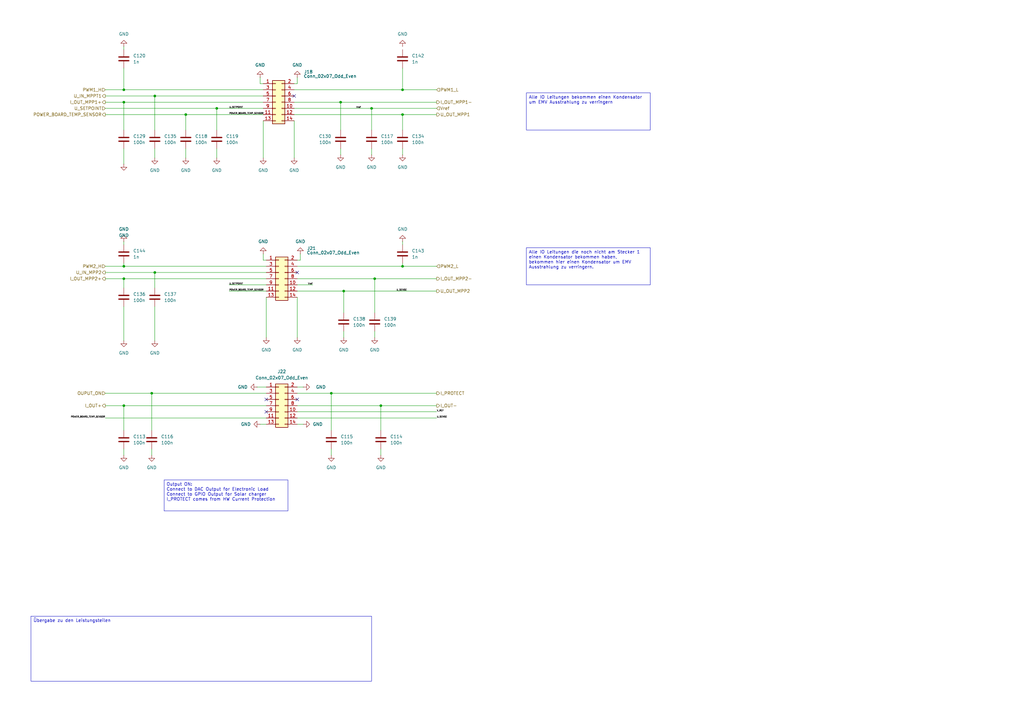
<source format=kicad_sch>
(kicad_sch
	(version 20231120)
	(generator "eeschema")
	(generator_version "8.0")
	(uuid "ce713879-9c83-4ae7-b91c-5a32c65087f7")
	(paper "A3")
	(lib_symbols
		(symbol "Connector_Generic:Conn_02x07_Odd_Even"
			(pin_names
				(offset 1.016) hide)
			(exclude_from_sim no)
			(in_bom yes)
			(on_board yes)
			(property "Reference" "J"
				(at 1.27 10.16 0)
				(effects
					(font
						(size 1.27 1.27)
					)
				)
			)
			(property "Value" "Conn_02x07_Odd_Even"
				(at 1.27 -10.16 0)
				(effects
					(font
						(size 1.27 1.27)
					)
				)
			)
			(property "Footprint" ""
				(at 0 0 0)
				(effects
					(font
						(size 1.27 1.27)
					)
					(hide yes)
				)
			)
			(property "Datasheet" "~"
				(at 0 0 0)
				(effects
					(font
						(size 1.27 1.27)
					)
					(hide yes)
				)
			)
			(property "Description" "Generic connector, double row, 02x07, odd/even pin numbering scheme (row 1 odd numbers, row 2 even numbers), script generated (kicad-library-utils/schlib/autogen/connector/)"
				(at 0 0 0)
				(effects
					(font
						(size 1.27 1.27)
					)
					(hide yes)
				)
			)
			(property "ki_keywords" "connector"
				(at 0 0 0)
				(effects
					(font
						(size 1.27 1.27)
					)
					(hide yes)
				)
			)
			(property "ki_fp_filters" "Connector*:*_2x??_*"
				(at 0 0 0)
				(effects
					(font
						(size 1.27 1.27)
					)
					(hide yes)
				)
			)
			(symbol "Conn_02x07_Odd_Even_1_1"
				(rectangle
					(start -1.27 -7.493)
					(end 0 -7.747)
					(stroke
						(width 0.1524)
						(type default)
					)
					(fill
						(type none)
					)
				)
				(rectangle
					(start -1.27 -4.953)
					(end 0 -5.207)
					(stroke
						(width 0.1524)
						(type default)
					)
					(fill
						(type none)
					)
				)
				(rectangle
					(start -1.27 -2.413)
					(end 0 -2.667)
					(stroke
						(width 0.1524)
						(type default)
					)
					(fill
						(type none)
					)
				)
				(rectangle
					(start -1.27 0.127)
					(end 0 -0.127)
					(stroke
						(width 0.1524)
						(type default)
					)
					(fill
						(type none)
					)
				)
				(rectangle
					(start -1.27 2.667)
					(end 0 2.413)
					(stroke
						(width 0.1524)
						(type default)
					)
					(fill
						(type none)
					)
				)
				(rectangle
					(start -1.27 5.207)
					(end 0 4.953)
					(stroke
						(width 0.1524)
						(type default)
					)
					(fill
						(type none)
					)
				)
				(rectangle
					(start -1.27 7.747)
					(end 0 7.493)
					(stroke
						(width 0.1524)
						(type default)
					)
					(fill
						(type none)
					)
				)
				(rectangle
					(start -1.27 8.89)
					(end 3.81 -8.89)
					(stroke
						(width 0.254)
						(type default)
					)
					(fill
						(type background)
					)
				)
				(rectangle
					(start 3.81 -7.493)
					(end 2.54 -7.747)
					(stroke
						(width 0.1524)
						(type default)
					)
					(fill
						(type none)
					)
				)
				(rectangle
					(start 3.81 -4.953)
					(end 2.54 -5.207)
					(stroke
						(width 0.1524)
						(type default)
					)
					(fill
						(type none)
					)
				)
				(rectangle
					(start 3.81 -2.413)
					(end 2.54 -2.667)
					(stroke
						(width 0.1524)
						(type default)
					)
					(fill
						(type none)
					)
				)
				(rectangle
					(start 3.81 0.127)
					(end 2.54 -0.127)
					(stroke
						(width 0.1524)
						(type default)
					)
					(fill
						(type none)
					)
				)
				(rectangle
					(start 3.81 2.667)
					(end 2.54 2.413)
					(stroke
						(width 0.1524)
						(type default)
					)
					(fill
						(type none)
					)
				)
				(rectangle
					(start 3.81 5.207)
					(end 2.54 4.953)
					(stroke
						(width 0.1524)
						(type default)
					)
					(fill
						(type none)
					)
				)
				(rectangle
					(start 3.81 7.747)
					(end 2.54 7.493)
					(stroke
						(width 0.1524)
						(type default)
					)
					(fill
						(type none)
					)
				)
				(pin passive line
					(at -5.08 7.62 0)
					(length 3.81)
					(name "Pin_1"
						(effects
							(font
								(size 1.27 1.27)
							)
						)
					)
					(number "1"
						(effects
							(font
								(size 1.27 1.27)
							)
						)
					)
				)
				(pin passive line
					(at 7.62 -2.54 180)
					(length 3.81)
					(name "Pin_10"
						(effects
							(font
								(size 1.27 1.27)
							)
						)
					)
					(number "10"
						(effects
							(font
								(size 1.27 1.27)
							)
						)
					)
				)
				(pin passive line
					(at -5.08 -5.08 0)
					(length 3.81)
					(name "Pin_11"
						(effects
							(font
								(size 1.27 1.27)
							)
						)
					)
					(number "11"
						(effects
							(font
								(size 1.27 1.27)
							)
						)
					)
				)
				(pin passive line
					(at 7.62 -5.08 180)
					(length 3.81)
					(name "Pin_12"
						(effects
							(font
								(size 1.27 1.27)
							)
						)
					)
					(number "12"
						(effects
							(font
								(size 1.27 1.27)
							)
						)
					)
				)
				(pin passive line
					(at -5.08 -7.62 0)
					(length 3.81)
					(name "Pin_13"
						(effects
							(font
								(size 1.27 1.27)
							)
						)
					)
					(number "13"
						(effects
							(font
								(size 1.27 1.27)
							)
						)
					)
				)
				(pin passive line
					(at 7.62 -7.62 180)
					(length 3.81)
					(name "Pin_14"
						(effects
							(font
								(size 1.27 1.27)
							)
						)
					)
					(number "14"
						(effects
							(font
								(size 1.27 1.27)
							)
						)
					)
				)
				(pin passive line
					(at 7.62 7.62 180)
					(length 3.81)
					(name "Pin_2"
						(effects
							(font
								(size 1.27 1.27)
							)
						)
					)
					(number "2"
						(effects
							(font
								(size 1.27 1.27)
							)
						)
					)
				)
				(pin passive line
					(at -5.08 5.08 0)
					(length 3.81)
					(name "Pin_3"
						(effects
							(font
								(size 1.27 1.27)
							)
						)
					)
					(number "3"
						(effects
							(font
								(size 1.27 1.27)
							)
						)
					)
				)
				(pin passive line
					(at 7.62 5.08 180)
					(length 3.81)
					(name "Pin_4"
						(effects
							(font
								(size 1.27 1.27)
							)
						)
					)
					(number "4"
						(effects
							(font
								(size 1.27 1.27)
							)
						)
					)
				)
				(pin passive line
					(at -5.08 2.54 0)
					(length 3.81)
					(name "Pin_5"
						(effects
							(font
								(size 1.27 1.27)
							)
						)
					)
					(number "5"
						(effects
							(font
								(size 1.27 1.27)
							)
						)
					)
				)
				(pin passive line
					(at 7.62 2.54 180)
					(length 3.81)
					(name "Pin_6"
						(effects
							(font
								(size 1.27 1.27)
							)
						)
					)
					(number "6"
						(effects
							(font
								(size 1.27 1.27)
							)
						)
					)
				)
				(pin passive line
					(at -5.08 0 0)
					(length 3.81)
					(name "Pin_7"
						(effects
							(font
								(size 1.27 1.27)
							)
						)
					)
					(number "7"
						(effects
							(font
								(size 1.27 1.27)
							)
						)
					)
				)
				(pin passive line
					(at 7.62 0 180)
					(length 3.81)
					(name "Pin_8"
						(effects
							(font
								(size 1.27 1.27)
							)
						)
					)
					(number "8"
						(effects
							(font
								(size 1.27 1.27)
							)
						)
					)
				)
				(pin passive line
					(at -5.08 -2.54 0)
					(length 3.81)
					(name "Pin_9"
						(effects
							(font
								(size 1.27 1.27)
							)
						)
					)
					(number "9"
						(effects
							(font
								(size 1.27 1.27)
							)
						)
					)
				)
			)
		)
		(symbol "Device:C"
			(pin_numbers hide)
			(pin_names
				(offset 0.254)
			)
			(exclude_from_sim no)
			(in_bom yes)
			(on_board yes)
			(property "Reference" "C"
				(at 0.635 2.54 0)
				(effects
					(font
						(size 1.27 1.27)
					)
					(justify left)
				)
			)
			(property "Value" "C"
				(at 0.635 -2.54 0)
				(effects
					(font
						(size 1.27 1.27)
					)
					(justify left)
				)
			)
			(property "Footprint" ""
				(at 0.9652 -3.81 0)
				(effects
					(font
						(size 1.27 1.27)
					)
					(hide yes)
				)
			)
			(property "Datasheet" "~"
				(at 0 0 0)
				(effects
					(font
						(size 1.27 1.27)
					)
					(hide yes)
				)
			)
			(property "Description" "Unpolarized capacitor"
				(at 0 0 0)
				(effects
					(font
						(size 1.27 1.27)
					)
					(hide yes)
				)
			)
			(property "ki_keywords" "cap capacitor"
				(at 0 0 0)
				(effects
					(font
						(size 1.27 1.27)
					)
					(hide yes)
				)
			)
			(property "ki_fp_filters" "C_*"
				(at 0 0 0)
				(effects
					(font
						(size 1.27 1.27)
					)
					(hide yes)
				)
			)
			(symbol "C_0_1"
				(polyline
					(pts
						(xy -2.032 -0.762) (xy 2.032 -0.762)
					)
					(stroke
						(width 0.508)
						(type default)
					)
					(fill
						(type none)
					)
				)
				(polyline
					(pts
						(xy -2.032 0.762) (xy 2.032 0.762)
					)
					(stroke
						(width 0.508)
						(type default)
					)
					(fill
						(type none)
					)
				)
			)
			(symbol "C_1_1"
				(pin passive line
					(at 0 3.81 270)
					(length 2.794)
					(name "~"
						(effects
							(font
								(size 1.27 1.27)
							)
						)
					)
					(number "1"
						(effects
							(font
								(size 1.27 1.27)
							)
						)
					)
				)
				(pin passive line
					(at 0 -3.81 90)
					(length 2.794)
					(name "~"
						(effects
							(font
								(size 1.27 1.27)
							)
						)
					)
					(number "2"
						(effects
							(font
								(size 1.27 1.27)
							)
						)
					)
				)
			)
		)
		(symbol "power:GND"
			(power)
			(pin_numbers hide)
			(pin_names
				(offset 0) hide)
			(exclude_from_sim no)
			(in_bom yes)
			(on_board yes)
			(property "Reference" "#PWR"
				(at 0 -6.35 0)
				(effects
					(font
						(size 1.27 1.27)
					)
					(hide yes)
				)
			)
			(property "Value" "GND"
				(at 0 -3.81 0)
				(effects
					(font
						(size 1.27 1.27)
					)
				)
			)
			(property "Footprint" ""
				(at 0 0 0)
				(effects
					(font
						(size 1.27 1.27)
					)
					(hide yes)
				)
			)
			(property "Datasheet" ""
				(at 0 0 0)
				(effects
					(font
						(size 1.27 1.27)
					)
					(hide yes)
				)
			)
			(property "Description" "Power symbol creates a global label with name \"GND\" , ground"
				(at 0 0 0)
				(effects
					(font
						(size 1.27 1.27)
					)
					(hide yes)
				)
			)
			(property "ki_keywords" "global power"
				(at 0 0 0)
				(effects
					(font
						(size 1.27 1.27)
					)
					(hide yes)
				)
			)
			(symbol "GND_0_1"
				(polyline
					(pts
						(xy 0 0) (xy 0 -1.27) (xy 1.27 -1.27) (xy 0 -2.54) (xy -1.27 -1.27) (xy 0 -1.27)
					)
					(stroke
						(width 0)
						(type default)
					)
					(fill
						(type none)
					)
				)
			)
			(symbol "GND_1_1"
				(pin power_in line
					(at 0 0 270)
					(length 0)
					(name "~"
						(effects
							(font
								(size 1.27 1.27)
							)
						)
					)
					(number "1"
						(effects
							(font
								(size 1.27 1.27)
							)
						)
					)
				)
			)
		)
	)
	(junction
		(at 139.7 41.91)
		(diameter 0)
		(color 0 0 0 0)
		(uuid "13898c69-5acb-430d-8ca0-fb046f41ad0b")
	)
	(junction
		(at 50.8 36.83)
		(diameter 0)
		(color 0 0 0 0)
		(uuid "1dcf3b1a-48ad-433b-a682-77a05a328ad4")
	)
	(junction
		(at 50.8 41.91)
		(diameter 0)
		(color 0 0 0 0)
		(uuid "21981d1a-45ac-4942-a27b-7fad3ebe44f2")
	)
	(junction
		(at 88.9 44.45)
		(diameter 0)
		(color 0 0 0 0)
		(uuid "220cecf4-6718-4d53-9403-263596a5e9d3")
	)
	(junction
		(at 135.89 161.29)
		(diameter 0)
		(color 0 0 0 0)
		(uuid "4bcfea0e-8dfa-4030-94dc-862772733f32")
	)
	(junction
		(at 50.8 166.37)
		(diameter 0)
		(color 0 0 0 0)
		(uuid "5259eedf-4eb9-489b-aba2-08e7541df7b9")
	)
	(junction
		(at 50.8 114.3)
		(diameter 0)
		(color 0 0 0 0)
		(uuid "53286e22-7bba-406f-b5a8-f26b0c436756")
	)
	(junction
		(at 62.23 161.29)
		(diameter 0)
		(color 0 0 0 0)
		(uuid "53aa0ce6-644a-4d61-891d-0bed02e92b1b")
	)
	(junction
		(at 50.8 109.22)
		(diameter 0)
		(color 0 0 0 0)
		(uuid "9b784bb1-65a8-487f-8f66-ed6e16823587")
	)
	(junction
		(at 165.1 109.22)
		(diameter 0)
		(color 0 0 0 0)
		(uuid "a14d646e-ac5b-4701-8f7d-940f94a7f95e")
	)
	(junction
		(at 156.21 166.37)
		(diameter 0)
		(color 0 0 0 0)
		(uuid "a345eefa-600e-4f7e-b5c9-9dd53902ee89")
	)
	(junction
		(at 165.1 46.99)
		(diameter 0)
		(color 0 0 0 0)
		(uuid "adac0c7d-2ccb-4a6a-b878-83d9bd97494e")
	)
	(junction
		(at 140.97 119.38)
		(diameter 0)
		(color 0 0 0 0)
		(uuid "af9de704-0947-44b2-a594-9e7ce0be3407")
	)
	(junction
		(at 165.1 36.83)
		(diameter 0)
		(color 0 0 0 0)
		(uuid "c5a33396-4a0b-44f7-8e5c-fbb720d71066")
	)
	(junction
		(at 63.5 111.76)
		(diameter 0)
		(color 0 0 0 0)
		(uuid "cdc88448-26f8-484d-8f8a-5e3cc1fe163f")
	)
	(junction
		(at 152.4 44.45)
		(diameter 0)
		(color 0 0 0 0)
		(uuid "d1500523-a0ed-4dd4-814e-ece9367b3d49")
	)
	(junction
		(at 153.67 114.3)
		(diameter 0)
		(color 0 0 0 0)
		(uuid "d81ec61c-e0cd-45de-8179-f868769fc549")
	)
	(junction
		(at 63.5 39.37)
		(diameter 0)
		(color 0 0 0 0)
		(uuid "e17c1e73-6044-4f74-af71-9df2833a5e4b")
	)
	(junction
		(at 76.2 46.99)
		(diameter 0)
		(color 0 0 0 0)
		(uuid "e6bf82f0-21f7-469f-973b-8af38e15bade")
	)
	(no_connect
		(at 120.65 39.37)
		(uuid "15ad1c0f-2b9a-4b03-8bb8-6acb9b36fb7f")
	)
	(no_connect
		(at 109.22 168.91)
		(uuid "6023f644-d0e1-49c5-ad14-cb126f2cb70a")
	)
	(no_connect
		(at 121.92 163.83)
		(uuid "861c828b-1f79-4c38-98a3-28ebf0aa86c9")
	)
	(no_connect
		(at 121.92 111.76)
		(uuid "c9174278-9b08-4140-89f5-6e7c3f5e578d")
	)
	(no_connect
		(at 109.22 163.83)
		(uuid "d5841d6d-6e88-4240-afe8-c43eb88eb906")
	)
	(wire
		(pts
			(xy 165.1 36.83) (xy 179.07 36.83)
		)
		(stroke
			(width 0)
			(type default)
		)
		(uuid "032e08dd-8381-4b86-9866-36a49d4385b4")
	)
	(wire
		(pts
			(xy 62.23 161.29) (xy 62.23 176.53)
		)
		(stroke
			(width 0)
			(type default)
		)
		(uuid "04601478-8472-49f1-b97e-5413eb75a8a9")
	)
	(wire
		(pts
			(xy 123.19 106.68) (xy 123.19 104.14)
		)
		(stroke
			(width 0)
			(type default)
		)
		(uuid "052a85d0-2fe8-4a39-b9e0-251f91daf7e2")
	)
	(wire
		(pts
			(xy 139.7 41.91) (xy 179.07 41.91)
		)
		(stroke
			(width 0)
			(type default)
		)
		(uuid "070b07c7-9da9-4f70-8b8d-87974c1c74a7")
	)
	(wire
		(pts
			(xy 62.23 184.15) (xy 62.23 186.69)
		)
		(stroke
			(width 0)
			(type default)
		)
		(uuid "070b60a3-ef58-4637-ad47-bfbbe4e2bf17")
	)
	(wire
		(pts
			(xy 165.1 46.99) (xy 165.1 53.34)
		)
		(stroke
			(width 0)
			(type default)
		)
		(uuid "09777bd1-ed97-4a91-9813-cd13afac454c")
	)
	(wire
		(pts
			(xy 50.8 41.91) (xy 50.8 53.34)
		)
		(stroke
			(width 0)
			(type default)
		)
		(uuid "0bb93f08-025a-43ba-8f28-8abcf49dee0a")
	)
	(wire
		(pts
			(xy 50.8 166.37) (xy 109.22 166.37)
		)
		(stroke
			(width 0)
			(type default)
		)
		(uuid "12b60a96-1fba-4df9-abdc-7441466902f0")
	)
	(wire
		(pts
			(xy 63.5 39.37) (xy 107.95 39.37)
		)
		(stroke
			(width 0)
			(type default)
		)
		(uuid "15d0072a-c402-4b68-bc2c-e815ba99773b")
	)
	(wire
		(pts
			(xy 43.18 41.91) (xy 50.8 41.91)
		)
		(stroke
			(width 0)
			(type default)
		)
		(uuid "1e697bfe-6186-4890-944f-d0bda0c2e228")
	)
	(wire
		(pts
			(xy 50.8 114.3) (xy 109.22 114.3)
		)
		(stroke
			(width 0)
			(type default)
		)
		(uuid "1fe24119-ce23-47ab-ba0b-f0447a5a2866")
	)
	(wire
		(pts
			(xy 140.97 119.38) (xy 140.97 128.27)
		)
		(stroke
			(width 0)
			(type default)
		)
		(uuid "22f4911a-7320-43f4-8a8b-01c66bd43ad2")
	)
	(wire
		(pts
			(xy 153.67 114.3) (xy 153.67 128.27)
		)
		(stroke
			(width 0)
			(type default)
		)
		(uuid "272210c1-21d2-46b3-89fc-683248dbbec0")
	)
	(wire
		(pts
			(xy 153.67 135.89) (xy 153.67 138.43)
		)
		(stroke
			(width 0)
			(type default)
		)
		(uuid "285cce94-57c6-462d-81f5-399089bea9c4")
	)
	(wire
		(pts
			(xy 139.7 41.91) (xy 139.7 53.34)
		)
		(stroke
			(width 0)
			(type default)
		)
		(uuid "291d28c3-bf99-4f88-a8b3-1975739e5488")
	)
	(wire
		(pts
			(xy 63.5 111.76) (xy 63.5 118.11)
		)
		(stroke
			(width 0)
			(type default)
		)
		(uuid "2a44dd3b-9b8d-4814-8277-5e406a34ab72")
	)
	(wire
		(pts
			(xy 107.95 104.14) (xy 107.95 106.68)
		)
		(stroke
			(width 0)
			(type default)
		)
		(uuid "2c691186-c549-4dc6-b5df-7d874088a6f9")
	)
	(wire
		(pts
			(xy 43.18 166.37) (xy 50.8 166.37)
		)
		(stroke
			(width 0)
			(type default)
		)
		(uuid "2eed90ce-ad73-4619-8ccb-02472d139343")
	)
	(wire
		(pts
			(xy 121.92 158.75) (xy 124.46 158.75)
		)
		(stroke
			(width 0)
			(type default)
		)
		(uuid "2f7cca89-de01-4d48-92c2-9315e1090bd8")
	)
	(wire
		(pts
			(xy 156.21 166.37) (xy 179.07 166.37)
		)
		(stroke
			(width 0)
			(type default)
		)
		(uuid "39cec9d3-5a23-4ec4-8d4a-cfed171f13c5")
	)
	(wire
		(pts
			(xy 107.95 49.53) (xy 107.95 64.77)
		)
		(stroke
			(width 0)
			(type default)
		)
		(uuid "3a719472-395b-4ff2-8ff7-53d2b575af5b")
	)
	(wire
		(pts
			(xy 88.9 44.45) (xy 107.95 44.45)
		)
		(stroke
			(width 0)
			(type default)
		)
		(uuid "3c22102a-ab40-4178-8998-5f1929d24d69")
	)
	(wire
		(pts
			(xy 107.95 106.68) (xy 109.22 106.68)
		)
		(stroke
			(width 0)
			(type default)
		)
		(uuid "3c98e06f-636c-40c5-bd61-ab65799f1035")
	)
	(wire
		(pts
			(xy 43.18 114.3) (xy 50.8 114.3)
		)
		(stroke
			(width 0)
			(type default)
		)
		(uuid "3cbcfdc8-e551-4b1a-9863-a26cae8483d9")
	)
	(wire
		(pts
			(xy 105.41 158.75) (xy 109.22 158.75)
		)
		(stroke
			(width 0)
			(type default)
		)
		(uuid "3ee306c5-7906-4edb-af05-eda3bd93fd79")
	)
	(wire
		(pts
			(xy 165.1 46.99) (xy 179.07 46.99)
		)
		(stroke
			(width 0)
			(type default)
		)
		(uuid "3f73b9ad-96f4-431b-8a35-bd2cccf6fd51")
	)
	(wire
		(pts
			(xy 120.65 46.99) (xy 165.1 46.99)
		)
		(stroke
			(width 0)
			(type default)
		)
		(uuid "3fd0e495-08dc-467a-bb54-9eecec936dc5")
	)
	(wire
		(pts
			(xy 121.92 121.92) (xy 121.92 138.43)
		)
		(stroke
			(width 0)
			(type default)
		)
		(uuid "415f03e8-8174-40e8-ac3f-e2ad6bfdf40e")
	)
	(wire
		(pts
			(xy 62.23 161.29) (xy 109.22 161.29)
		)
		(stroke
			(width 0)
			(type default)
		)
		(uuid "430cdd07-34d7-48f7-b364-d27cf02e7b72")
	)
	(wire
		(pts
			(xy 156.21 184.15) (xy 156.21 186.69)
		)
		(stroke
			(width 0)
			(type default)
		)
		(uuid "43a57a19-7cdf-4976-bb6c-a66b9a0d71d3")
	)
	(wire
		(pts
			(xy 139.7 60.96) (xy 139.7 63.5)
		)
		(stroke
			(width 0)
			(type default)
		)
		(uuid "482197aa-d1e9-488f-93f8-2aa56be83deb")
	)
	(wire
		(pts
			(xy 93.98 119.38) (xy 109.22 119.38)
		)
		(stroke
			(width 0)
			(type default)
		)
		(uuid "4ca7a0dc-c1c0-4fd6-a702-6044c56b151d")
	)
	(wire
		(pts
			(xy 50.8 19.05) (xy 50.8 20.32)
		)
		(stroke
			(width 0)
			(type default)
		)
		(uuid "4d859dc0-5d03-4edf-9551-113568a6abfc")
	)
	(wire
		(pts
			(xy 43.18 171.45) (xy 109.22 171.45)
		)
		(stroke
			(width 0)
			(type default)
		)
		(uuid "514b3be3-1ddb-499f-8659-a17208c86fba")
	)
	(wire
		(pts
			(xy 121.92 173.99) (xy 124.46 173.99)
		)
		(stroke
			(width 0)
			(type default)
		)
		(uuid "516f64e9-017f-4097-849e-3fe57872e24e")
	)
	(wire
		(pts
			(xy 121.92 171.45) (xy 179.07 171.45)
		)
		(stroke
			(width 0)
			(type default)
		)
		(uuid "53d63e1b-4e11-414c-84f6-290536062ea2")
	)
	(wire
		(pts
			(xy 121.92 106.68) (xy 123.19 106.68)
		)
		(stroke
			(width 0)
			(type default)
		)
		(uuid "5691165c-97d7-45c9-aa1e-8cbc7f8e7a97")
	)
	(wire
		(pts
			(xy 50.8 166.37) (xy 50.8 176.53)
		)
		(stroke
			(width 0)
			(type default)
		)
		(uuid "5f4bfc68-1e06-4318-a2bb-5b19521578e0")
	)
	(wire
		(pts
			(xy 63.5 60.96) (xy 63.5 64.77)
		)
		(stroke
			(width 0)
			(type default)
		)
		(uuid "60165958-09ff-4e52-a5f7-f5371b563ebb")
	)
	(wire
		(pts
			(xy 43.18 39.37) (xy 63.5 39.37)
		)
		(stroke
			(width 0)
			(type default)
		)
		(uuid "60efd595-2460-4087-9a81-5228c88be8d4")
	)
	(wire
		(pts
			(xy 50.8 41.91) (xy 107.95 41.91)
		)
		(stroke
			(width 0)
			(type default)
		)
		(uuid "610b4edf-1ac4-4df9-9849-d6d9cd986f8d")
	)
	(wire
		(pts
			(xy 156.21 166.37) (xy 156.21 176.53)
		)
		(stroke
			(width 0)
			(type default)
		)
		(uuid "64d8f1aa-0781-4806-99c0-49fbd5ae5b30")
	)
	(wire
		(pts
			(xy 76.2 53.34) (xy 76.2 46.99)
		)
		(stroke
			(width 0)
			(type default)
		)
		(uuid "6609e7fc-991c-4b12-9a9f-f28a108073fd")
	)
	(wire
		(pts
			(xy 43.18 44.45) (xy 88.9 44.45)
		)
		(stroke
			(width 0)
			(type default)
		)
		(uuid "68e18d4f-4981-4b21-a759-175d238564a4")
	)
	(wire
		(pts
			(xy 140.97 119.38) (xy 179.07 119.38)
		)
		(stroke
			(width 0)
			(type default)
		)
		(uuid "6bf3b189-5ec9-4325-89fc-709a435739e2")
	)
	(wire
		(pts
			(xy 50.8 60.96) (xy 50.8 67.31)
		)
		(stroke
			(width 0)
			(type default)
		)
		(uuid "6d202816-c059-43fc-9c64-5a1fecc20825")
	)
	(wire
		(pts
			(xy 63.5 111.76) (xy 109.22 111.76)
		)
		(stroke
			(width 0)
			(type default)
		)
		(uuid "6e9d7aaf-b576-4c49-a892-a991d0b9bb05")
	)
	(wire
		(pts
			(xy 93.98 116.84) (xy 109.22 116.84)
		)
		(stroke
			(width 0)
			(type default)
		)
		(uuid "6f9512b0-aa59-45f8-b26b-0782d32e7a45")
	)
	(wire
		(pts
			(xy 165.1 27.94) (xy 165.1 36.83)
		)
		(stroke
			(width 0)
			(type default)
		)
		(uuid "74175446-cd53-412e-8071-b0e4b4318248")
	)
	(wire
		(pts
			(xy 88.9 60.96) (xy 88.9 64.77)
		)
		(stroke
			(width 0)
			(type default)
		)
		(uuid "772daf86-d696-45ba-9418-9c3229a5dac0")
	)
	(wire
		(pts
			(xy 121.92 161.29) (xy 135.89 161.29)
		)
		(stroke
			(width 0)
			(type default)
		)
		(uuid "778ad46e-2ab0-4d28-82a8-71cbe48db2a3")
	)
	(wire
		(pts
			(xy 135.89 184.15) (xy 135.89 186.69)
		)
		(stroke
			(width 0)
			(type default)
		)
		(uuid "7bfba1c2-404d-4d0c-bf57-c7b177c5e0eb")
	)
	(wire
		(pts
			(xy 88.9 53.34) (xy 88.9 44.45)
		)
		(stroke
			(width 0)
			(type default)
		)
		(uuid "7c91614c-1df6-48ac-b9c5-9ea847974a82")
	)
	(wire
		(pts
			(xy 50.8 107.95) (xy 50.8 109.22)
		)
		(stroke
			(width 0)
			(type default)
		)
		(uuid "7e5c60c1-cb67-45e4-8696-511aaeba9494")
	)
	(wire
		(pts
			(xy 121.92 119.38) (xy 140.97 119.38)
		)
		(stroke
			(width 0)
			(type default)
		)
		(uuid "7fff2d3c-c47c-4bd1-a9e0-b3b87b4336ce")
	)
	(wire
		(pts
			(xy 106.68 173.99) (xy 109.22 173.99)
		)
		(stroke
			(width 0)
			(type default)
		)
		(uuid "80f07a44-94a1-46f5-bd4f-cd95e20376d9")
	)
	(wire
		(pts
			(xy 50.8 114.3) (xy 50.8 118.11)
		)
		(stroke
			(width 0)
			(type default)
		)
		(uuid "81bcb097-4c32-48a8-8a3d-25e0aa93ea1c")
	)
	(wire
		(pts
			(xy 152.4 44.45) (xy 179.07 44.45)
		)
		(stroke
			(width 0)
			(type default)
		)
		(uuid "8d50db05-fa5b-4121-97bd-4866135c9406")
	)
	(wire
		(pts
			(xy 121.92 116.84) (xy 128.27 116.84)
		)
		(stroke
			(width 0)
			(type default)
		)
		(uuid "8ed854db-86d8-42e7-8f5e-11ed95fee2d4")
	)
	(wire
		(pts
			(xy 152.4 60.96) (xy 152.4 63.5)
		)
		(stroke
			(width 0)
			(type default)
		)
		(uuid "918099de-f7de-49d9-aec4-2c3ad3a6714e")
	)
	(wire
		(pts
			(xy 152.4 44.45) (xy 152.4 53.34)
		)
		(stroke
			(width 0)
			(type default)
		)
		(uuid "91f7f611-ba15-4818-a972-5df65ef9d22e")
	)
	(wire
		(pts
			(xy 121.92 114.3) (xy 153.67 114.3)
		)
		(stroke
			(width 0)
			(type default)
		)
		(uuid "9356cd1a-080d-4ecc-9e16-0933b9c82006")
	)
	(wire
		(pts
			(xy 50.8 109.22) (xy 109.22 109.22)
		)
		(stroke
			(width 0)
			(type default)
		)
		(uuid "98ddb200-049e-43fc-b615-8ad43d178cae")
	)
	(wire
		(pts
			(xy 76.2 46.99) (xy 107.95 46.99)
		)
		(stroke
			(width 0)
			(type default)
		)
		(uuid "99026fa0-48ec-44e6-adbd-c8cd8397e5ab")
	)
	(wire
		(pts
			(xy 153.67 114.3) (xy 179.07 114.3)
		)
		(stroke
			(width 0)
			(type default)
		)
		(uuid "9d8098b6-31f9-4e3c-954b-eb438fc586aa")
	)
	(wire
		(pts
			(xy 109.22 121.92) (xy 109.22 138.43)
		)
		(stroke
			(width 0)
			(type default)
		)
		(uuid "a094c551-1c59-4f0e-b413-c8b798666b85")
	)
	(wire
		(pts
			(xy 121.92 34.29) (xy 121.92 31.75)
		)
		(stroke
			(width 0)
			(type default)
		)
		(uuid "a105370d-7661-4dbb-94fe-5612c8f76377")
	)
	(wire
		(pts
			(xy 106.68 31.75) (xy 106.68 34.29)
		)
		(stroke
			(width 0)
			(type default)
		)
		(uuid "a24524cd-734f-484c-9e73-81440e8c21da")
	)
	(wire
		(pts
			(xy 120.65 36.83) (xy 165.1 36.83)
		)
		(stroke
			(width 0)
			(type default)
		)
		(uuid "a3e1416d-1f0a-45bb-aa07-ec776fd1a211")
	)
	(wire
		(pts
			(xy 106.68 34.29) (xy 107.95 34.29)
		)
		(stroke
			(width 0)
			(type default)
		)
		(uuid "a6ff196e-c3c2-4b18-939d-f0993df27420")
	)
	(wire
		(pts
			(xy 120.65 34.29) (xy 121.92 34.29)
		)
		(stroke
			(width 0)
			(type default)
		)
		(uuid "a9488306-da64-43f4-953e-ef8060b37e72")
	)
	(wire
		(pts
			(xy 120.65 49.53) (xy 120.65 64.77)
		)
		(stroke
			(width 0)
			(type default)
		)
		(uuid "ac753a1e-5b90-4a6d-8eba-5a5b1f3933fb")
	)
	(wire
		(pts
			(xy 165.1 109.22) (xy 179.07 109.22)
		)
		(stroke
			(width 0)
			(type default)
		)
		(uuid "af454ca2-90be-4f0d-8947-89b82b987ab6")
	)
	(wire
		(pts
			(xy 50.8 184.15) (xy 50.8 186.69)
		)
		(stroke
			(width 0)
			(type default)
		)
		(uuid "af9e2a34-151c-46dd-92be-a30849c46c91")
	)
	(wire
		(pts
			(xy 63.5 39.37) (xy 63.5 53.34)
		)
		(stroke
			(width 0)
			(type default)
		)
		(uuid "b2b44eb6-e8cb-4d0f-bea1-547d45afd980")
	)
	(wire
		(pts
			(xy 121.92 109.22) (xy 165.1 109.22)
		)
		(stroke
			(width 0)
			(type default)
		)
		(uuid "b53390b6-18c4-4687-971c-9d20c756cf84")
	)
	(wire
		(pts
			(xy 43.18 109.22) (xy 50.8 109.22)
		)
		(stroke
			(width 0)
			(type default)
		)
		(uuid "b5f6140a-0eb3-4f16-bcd7-91df2a9c7433")
	)
	(wire
		(pts
			(xy 140.97 135.89) (xy 140.97 138.43)
		)
		(stroke
			(width 0)
			(type default)
		)
		(uuid "bf0e1e05-5d0f-4558-acdb-f011877fc62d")
	)
	(wire
		(pts
			(xy 165.1 60.96) (xy 165.1 63.5)
		)
		(stroke
			(width 0)
			(type default)
		)
		(uuid "c162c3ee-f10d-40b7-9c1d-f7d3e3170d77")
	)
	(wire
		(pts
			(xy 121.92 166.37) (xy 156.21 166.37)
		)
		(stroke
			(width 0)
			(type default)
		)
		(uuid "cc1a151f-830a-4b0f-866a-ed2bbb445ca5")
	)
	(wire
		(pts
			(xy 43.18 36.83) (xy 50.8 36.83)
		)
		(stroke
			(width 0)
			(type default)
		)
		(uuid "cd2dad91-fe39-43c3-b36f-7c87637cfc7c")
	)
	(wire
		(pts
			(xy 165.1 107.95) (xy 165.1 109.22)
		)
		(stroke
			(width 0)
			(type default)
		)
		(uuid "d129aaca-019f-4822-9fb7-2f155a49afab")
	)
	(wire
		(pts
			(xy 43.18 161.29) (xy 62.23 161.29)
		)
		(stroke
			(width 0)
			(type default)
		)
		(uuid "d2260bdd-81fd-4f8e-85ed-e87a2171841c")
	)
	(wire
		(pts
			(xy 50.8 125.73) (xy 50.8 139.7)
		)
		(stroke
			(width 0)
			(type default)
		)
		(uuid "d29c72f8-69c2-4bb3-be68-222eee3382b8")
	)
	(wire
		(pts
			(xy 135.89 161.29) (xy 135.89 176.53)
		)
		(stroke
			(width 0)
			(type default)
		)
		(uuid "d4d33508-5854-4018-846d-20d44127f52a")
	)
	(wire
		(pts
			(xy 120.65 41.91) (xy 139.7 41.91)
		)
		(stroke
			(width 0)
			(type default)
		)
		(uuid "daaa0976-c143-483a-881c-38876054db00")
	)
	(wire
		(pts
			(xy 43.18 111.76) (xy 63.5 111.76)
		)
		(stroke
			(width 0)
			(type default)
		)
		(uuid "de818ac5-adc5-49ba-abc1-5e679d5feb1d")
	)
	(wire
		(pts
			(xy 165.1 99.06) (xy 165.1 100.33)
		)
		(stroke
			(width 0)
			(type default)
		)
		(uuid "e449f800-4f8b-4be6-ab43-d37fc78db4cf")
	)
	(wire
		(pts
			(xy 63.5 125.73) (xy 63.5 139.7)
		)
		(stroke
			(width 0)
			(type default)
		)
		(uuid "e49d5b0b-5e07-45cd-b765-51d50083bcd1")
	)
	(wire
		(pts
			(xy 50.8 27.94) (xy 50.8 36.83)
		)
		(stroke
			(width 0)
			(type default)
		)
		(uuid "e7e9c904-f17c-4f8c-a901-87098511cba5")
	)
	(wire
		(pts
			(xy 121.92 168.91) (xy 179.07 168.91)
		)
		(stroke
			(width 0)
			(type default)
		)
		(uuid "e94a63fe-942b-4f6c-bcf2-304e80aa761c")
	)
	(wire
		(pts
			(xy 76.2 60.96) (xy 76.2 64.77)
		)
		(stroke
			(width 0)
			(type default)
		)
		(uuid "eda0109d-d309-4dac-9745-a17a222f06f4")
	)
	(wire
		(pts
			(xy 135.89 161.29) (xy 179.07 161.29)
		)
		(stroke
			(width 0)
			(type default)
		)
		(uuid "f08f331c-8d1b-422e-bf9a-2866f27b0298")
	)
	(wire
		(pts
			(xy 120.65 44.45) (xy 152.4 44.45)
		)
		(stroke
			(width 0)
			(type default)
		)
		(uuid "f1b95a6f-667c-4602-8ea4-7b4752d5a15a")
	)
	(wire
		(pts
			(xy 50.8 99.06) (xy 50.8 100.33)
		)
		(stroke
			(width 0)
			(type default)
		)
		(uuid "f6d14086-b00e-41bc-8bd2-a0d6d33bbeac")
	)
	(wire
		(pts
			(xy 50.8 36.83) (xy 107.95 36.83)
		)
		(stroke
			(width 0)
			(type default)
		)
		(uuid "f80a9044-2666-4832-86c3-4afeaad27045")
	)
	(wire
		(pts
			(xy 43.18 46.99) (xy 76.2 46.99)
		)
		(stroke
			(width 0)
			(type default)
		)
		(uuid "fa0db9f1-576c-44eb-b540-63bfa0097880")
	)
	(text_box "Output ON:\nConnect to DAC Output for Electronic Load\nConnect to GPIO Output for Solar charger\nI_PROTECT comes from HW Current Protection\n"
		(exclude_from_sim no)
		(at 67.31 196.85 0)
		(size 50.8 12.7)
		(stroke
			(width 0)
			(type default)
		)
		(fill
			(type none)
		)
		(effects
			(font
				(size 1.27 1.27)
			)
			(justify left top)
		)
		(uuid "15723c17-cabb-498f-9e3d-f8103d21e04c")
	)
	(text_box "Alle IO Leitungen die noch nicht am Stecker 1 einen Kondensator bekommen haben,\nbekommen hier einen Kondensator um EMV Ausstrahlung zu verringern."
		(exclude_from_sim no)
		(at 215.9 101.6 0)
		(size 50.8 15.24)
		(stroke
			(width 0)
			(type default)
		)
		(fill
			(type none)
		)
		(effects
			(font
				(size 1.27 1.27)
			)
			(justify left top)
		)
		(uuid "a867f0a7-7340-4f44-8b02-2224806bacae")
	)
	(text_box "Übergabe zu den Leistungsteilen"
		(exclude_from_sim no)
		(at 12.7 252.73 0)
		(size 139.7 26.67)
		(stroke
			(width 0)
			(type default)
		)
		(fill
			(type none)
		)
		(effects
			(font
				(size 1.27 1.27)
			)
			(justify left top)
		)
		(uuid "d41699df-395c-4cda-973d-55110b794f1d")
	)
	(text_box "Alle IO Leitungen bekommen einen Kondensator um EMV Ausstrahlung zu verringern"
		(exclude_from_sim no)
		(at 215.9 38.1 0)
		(size 50.8 15.24)
		(stroke
			(width 0)
			(type default)
		)
		(fill
			(type none)
		)
		(effects
			(font
				(size 1.27 1.27)
			)
			(justify left top)
		)
		(uuid "d5e3c0c6-eaa9-4a21-b2cb-d7b3e9d3f93b")
	)
	(label "U_SENSE"
		(at 179.07 171.45 0)
		(fields_autoplaced yes)
		(effects
			(font
				(size 0.635 0.635)
			)
			(justify left bottom)
		)
		(uuid "0769e94e-1b01-477c-8939-5d0a69c3bab8")
	)
	(label "U_SETPOINT"
		(at 93.98 116.84 0)
		(fields_autoplaced yes)
		(effects
			(font
				(size 0.635 0.635)
			)
			(justify left bottom)
		)
		(uuid "0cda0c03-8d87-4116-8a6f-601ab3d7a6ce")
	)
	(label "Vref"
		(at 146.05 44.45 0)
		(fields_autoplaced yes)
		(effects
			(font
				(size 0.635 0.635)
			)
			(justify left bottom)
		)
		(uuid "20643156-eb72-40d3-8a3d-df8bbc6a6b21")
	)
	(label "V_REF"
		(at 179.07 168.91 0)
		(fields_autoplaced yes)
		(effects
			(font
				(size 0.635 0.635)
			)
			(justify left bottom)
		)
		(uuid "408b3821-95fc-4ab4-a330-f6eb4268cb7d")
	)
	(label "Vref"
		(at 128.27 116.84 180)
		(fields_autoplaced yes)
		(effects
			(font
				(size 0.635 0.635)
			)
			(justify right bottom)
		)
		(uuid "4790465c-cb44-4a15-9957-62bfffea78cb")
	)
	(label "POWER_BOARD_TEMP_SENSOR"
		(at 93.98 46.99 0)
		(fields_autoplaced yes)
		(effects
			(font
				(size 0.635 0.635)
			)
			(justify left bottom)
		)
		(uuid "61b6f741-5f2f-4b34-8fa9-b386e5b7a785")
	)
	(label "U_SENSE"
		(at 162.56 119.38 0)
		(fields_autoplaced yes)
		(effects
			(font
				(size 0.635 0.635)
			)
			(justify left bottom)
		)
		(uuid "855c3620-e8e6-4414-89eb-cc8eadbeee7d")
	)
	(label "POWER_BOARD_TEMP_SENSOR"
		(at 43.18 171.45 180)
		(fields_autoplaced yes)
		(effects
			(font
				(size 0.635 0.635)
			)
			(justify right bottom)
		)
		(uuid "9242a8f5-ae8e-4aec-af0c-9e9f62a7f9cb")
	)
	(label "U_SETPOINT"
		(at 93.98 44.45 0)
		(fields_autoplaced yes)
		(effects
			(font
				(size 0.635 0.635)
			)
			(justify left bottom)
		)
		(uuid "ba63823f-052e-40fe-8aa2-0f1afddf1034")
	)
	(label "POWER_BOARD_TEMP_SENSOR"
		(at 93.98 119.38 0)
		(fields_autoplaced yes)
		(effects
			(font
				(size 0.635 0.635)
			)
			(justify left bottom)
		)
		(uuid "db89a16b-520e-496f-a574-31f356f5f5fd")
	)
	(hierarchical_label "Vref"
		(shape input)
		(at 179.07 44.45 0)
		(fields_autoplaced yes)
		(effects
			(font
				(size 1.27 1.27)
			)
			(justify left)
		)
		(uuid "11022738-e450-4036-a3a2-2ed9204ccfd7")
	)
	(hierarchical_label "U_IN_MPPT1"
		(shape output)
		(at 43.18 39.37 180)
		(fields_autoplaced yes)
		(effects
			(font
				(size 1.27 1.27)
			)
			(justify right)
		)
		(uuid "28b6af6c-bd2f-4763-827f-ea4b7e268e5a")
	)
	(hierarchical_label "I_OUT-"
		(shape output)
		(at 179.07 166.37 0)
		(fields_autoplaced yes)
		(effects
			(font
				(size 1.27 1.27)
			)
			(justify left)
		)
		(uuid "2ad9e4f0-e6b1-42ba-ba29-379479bf1393")
	)
	(hierarchical_label "I_OUT+"
		(shape output)
		(at 43.18 166.37 180)
		(fields_autoplaced yes)
		(effects
			(font
				(size 1.27 1.27)
			)
			(justify right)
		)
		(uuid "2b293d65-7e7d-4b90-adbd-f4d7fdb7e183")
	)
	(hierarchical_label "PWM2_H"
		(shape input)
		(at 43.18 109.22 180)
		(fields_autoplaced yes)
		(effects
			(font
				(size 1.27 1.27)
			)
			(justify right)
		)
		(uuid "4a6a9cbc-030e-432b-9d26-78a49869b8f5")
	)
	(hierarchical_label "I_PROTECT"
		(shape output)
		(at 179.07 161.29 0)
		(fields_autoplaced yes)
		(effects
			(font
				(size 1.27 1.27)
			)
			(justify left)
		)
		(uuid "4c37455e-d047-4c0a-a68c-165956d87707")
	)
	(hierarchical_label "PWM1_L"
		(shape input)
		(at 179.07 36.83 0)
		(fields_autoplaced yes)
		(effects
			(font
				(size 1.27 1.27)
			)
			(justify left)
		)
		(uuid "50e63fbf-02f0-41f7-8f2d-931f051e1a16")
	)
	(hierarchical_label "I_OUT_MPP1-"
		(shape output)
		(at 179.07 41.91 0)
		(fields_autoplaced yes)
		(effects
			(font
				(size 1.27 1.27)
			)
			(justify left)
		)
		(uuid "5b83dd1a-98f7-456d-92ec-d001e4eabb51")
	)
	(hierarchical_label "U_OUT_MPP2"
		(shape output)
		(at 179.07 119.38 0)
		(fields_autoplaced yes)
		(effects
			(font
				(size 1.27 1.27)
			)
			(justify left)
		)
		(uuid "6bde9af4-6c77-4e58-af7d-55cae1858157")
	)
	(hierarchical_label "POWER_BOARD_TEMP_SENSOR"
		(shape output)
		(at 43.18 46.99 180)
		(fields_autoplaced yes)
		(effects
			(font
				(size 1.27 1.27)
			)
			(justify right)
		)
		(uuid "886651f5-3b36-4ebf-aeb9-53633ad057a5")
	)
	(hierarchical_label "U_SETPOINT"
		(shape input)
		(at 43.18 44.45 180)
		(fields_autoplaced yes)
		(effects
			(font
				(size 1.27 1.27)
			)
			(justify right)
		)
		(uuid "8ae07761-77fb-44e6-a47c-8df7c60e4176")
	)
	(hierarchical_label "I_OUT_MPP2+"
		(shape output)
		(at 43.18 114.3 180)
		(fields_autoplaced yes)
		(effects
			(font
				(size 1.27 1.27)
			)
			(justify right)
		)
		(uuid "b4411c66-c3b4-4686-b0da-c7ac9a7edafb")
	)
	(hierarchical_label "U_IN_MPP2"
		(shape output)
		(at 43.18 111.76 180)
		(fields_autoplaced yes)
		(effects
			(font
				(size 1.27 1.27)
			)
			(justify right)
		)
		(uuid "b6c5c248-ea4c-4571-b502-d596e0563dd8")
	)
	(hierarchical_label "I_OUT_MPP2-"
		(shape output)
		(at 179.07 114.3 0)
		(fields_autoplaced yes)
		(effects
			(font
				(size 1.27 1.27)
			)
			(justify left)
		)
		(uuid "c0289a84-878f-4b93-836b-60650c6ba8dd")
	)
	(hierarchical_label "PWM1_H"
		(shape input)
		(at 43.18 36.83 180)
		(fields_autoplaced yes)
		(effects
			(font
				(size 1.27 1.27)
			)
			(justify right)
		)
		(uuid "ca2ea007-e10f-44b2-ad59-85565ba60bb2")
	)
	(hierarchical_label "I_OUT_MPP1+"
		(shape output)
		(at 43.18 41.91 180)
		(fields_autoplaced yes)
		(effects
			(font
				(size 1.27 1.27)
			)
			(justify right)
		)
		(uuid "cff7ff99-e51e-4df5-be26-2ca7efbd0df1")
	)
	(hierarchical_label "OUPUT_ON"
		(shape input)
		(at 43.18 161.29 180)
		(fields_autoplaced yes)
		(effects
			(font
				(size 1.27 1.27)
			)
			(justify right)
		)
		(uuid "e923785e-79fc-41fe-b136-f7ebaad31a2a")
	)
	(hierarchical_label "PWM2_L"
		(shape input)
		(at 179.07 109.22 0)
		(fields_autoplaced yes)
		(effects
			(font
				(size 1.27 1.27)
			)
			(justify left)
		)
		(uuid "f62c7146-591a-47ba-81f8-59a2a0ca91af")
	)
	(hierarchical_label "U_OUT_MPP1"
		(shape output)
		(at 179.07 46.99 0)
		(fields_autoplaced yes)
		(effects
			(font
				(size 1.27 1.27)
			)
			(justify left)
		)
		(uuid "f719981d-5244-4ce9-af1a-ae94d1be983b")
	)
	(symbol
		(lib_id "power:GND")
		(at 50.8 99.06 180)
		(unit 1)
		(exclude_from_sim no)
		(in_bom yes)
		(on_board yes)
		(dnp no)
		(fields_autoplaced yes)
		(uuid "0719e405-d5ef-4b02-b0e1-1a22b93bb076")
		(property "Reference" "#PWR0275"
			(at 50.8 92.71 0)
			(effects
				(font
					(size 1.27 1.27)
				)
				(hide yes)
			)
		)
		(property "Value" "GND"
			(at 50.8 93.98 0)
			(effects
				(font
					(size 1.27 1.27)
				)
			)
		)
		(property "Footprint" ""
			(at 50.8 99.06 0)
			(effects
				(font
					(size 1.27 1.27)
				)
				(hide yes)
			)
		)
		(property "Datasheet" ""
			(at 50.8 99.06 0)
			(effects
				(font
					(size 1.27 1.27)
				)
				(hide yes)
			)
		)
		(property "Description" "Power symbol creates a global label with name \"GND\" , ground"
			(at 50.8 99.06 0)
			(effects
				(font
					(size 1.27 1.27)
				)
				(hide yes)
			)
		)
		(pin "1"
			(uuid "31625f56-013d-4f3b-8b14-a6d254c51653")
		)
		(instances
			(project "controll_board"
				(path "/c727c9ac-c904-48c5-97eb-b572033b6df0/5f32af07-e9d2-45ba-ab74-29701d31c4fd"
					(reference "#PWR0275")
					(unit 1)
				)
			)
		)
	)
	(symbol
		(lib_id "power:GND")
		(at 50.8 186.69 0)
		(unit 1)
		(exclude_from_sim no)
		(in_bom yes)
		(on_board yes)
		(dnp no)
		(fields_autoplaced yes)
		(uuid "129bd1a0-0298-4547-979d-34fba3e05a02")
		(property "Reference" "#PWR0196"
			(at 50.8 193.04 0)
			(effects
				(font
					(size 1.27 1.27)
				)
				(hide yes)
			)
		)
		(property "Value" "GND"
			(at 50.8 191.77 0)
			(effects
				(font
					(size 1.27 1.27)
				)
			)
		)
		(property "Footprint" ""
			(at 50.8 186.69 0)
			(effects
				(font
					(size 1.27 1.27)
				)
				(hide yes)
			)
		)
		(property "Datasheet" ""
			(at 50.8 186.69 0)
			(effects
				(font
					(size 1.27 1.27)
				)
				(hide yes)
			)
		)
		(property "Description" "Power symbol creates a global label with name \"GND\" , ground"
			(at 50.8 186.69 0)
			(effects
				(font
					(size 1.27 1.27)
				)
				(hide yes)
			)
		)
		(pin "1"
			(uuid "d8276200-80e4-4231-b937-264cd3881ab5")
		)
		(instances
			(project "controll_board"
				(path "/c727c9ac-c904-48c5-97eb-b572033b6df0/5f32af07-e9d2-45ba-ab74-29701d31c4fd"
					(reference "#PWR0196")
					(unit 1)
				)
			)
		)
	)
	(symbol
		(lib_id "Connector_Generic:Conn_02x07_Odd_Even")
		(at 114.3 114.3 0)
		(unit 1)
		(exclude_from_sim no)
		(in_bom yes)
		(on_board yes)
		(dnp no)
		(uuid "141110f0-8c2d-4220-9e55-4e95c65f955b")
		(property "Reference" "J21"
			(at 127.762 101.854 0)
			(effects
				(font
					(size 1.27 1.27)
				)
			)
		)
		(property "Value" "Conn_02x07_Odd_Even"
			(at 136.652 103.632 0)
			(effects
				(font
					(size 1.27 1.27)
				)
			)
		)
		(property "Footprint" "Connector_IDC:IDC-Header_2x07_P2.54mm_Vertical_SMD"
			(at 114.3 114.3 0)
			(effects
				(font
					(size 1.27 1.27)
				)
				(hide yes)
			)
		)
		(property "Datasheet" "~"
			(at 114.3 114.3 0)
			(effects
				(font
					(size 1.27 1.27)
				)
				(hide yes)
			)
		)
		(property "Description" "Generic connector, double row, 02x07, odd/even pin numbering scheme (row 1 odd numbers, row 2 even numbers), script generated (kicad-library-utils/schlib/autogen/connector/)"
			(at 114.3 114.3 0)
			(effects
				(font
					(size 1.27 1.27)
				)
				(hide yes)
			)
		)
		(pin "6"
			(uuid "f8905a8a-a09c-412f-8a82-c16c9434c3f5")
		)
		(pin "5"
			(uuid "1e29b0b3-ad80-43bd-a428-c2f511828ab8")
		)
		(pin "14"
			(uuid "6f9246f6-2084-4cbb-bebf-19ba29d8436f")
		)
		(pin "4"
			(uuid "209eb866-9e88-4ded-bfd4-6e119fe2025e")
		)
		(pin "7"
			(uuid "185df958-3db7-44f7-be4e-f2f6611a81b1")
		)
		(pin "13"
			(uuid "8aa4346b-2738-48c8-a037-2a8947c70ee9")
		)
		(pin "11"
			(uuid "b021844b-634f-43d3-9c07-9955ef67654e")
		)
		(pin "10"
			(uuid "45587bef-4813-4481-9e6d-3287a721453c")
		)
		(pin "9"
			(uuid "2db0f9f1-6f4f-4097-9acf-a299a0b49464")
		)
		(pin "3"
			(uuid "f088a711-91c2-427c-9444-7e667222b38a")
		)
		(pin "8"
			(uuid "c4d76aed-ee2d-44e6-9245-6855980d6896")
		)
		(pin "2"
			(uuid "6cdfb544-52e0-4761-af9f-2432ca021f5c")
		)
		(pin "1"
			(uuid "639f3251-ae2e-4f62-8285-5a31b797f005")
		)
		(pin "12"
			(uuid "be9a2432-1275-4f19-8b91-1de4b28dae57")
		)
		(instances
			(project "controll_board"
				(path "/c727c9ac-c904-48c5-97eb-b572033b6df0/5f32af07-e9d2-45ba-ab74-29701d31c4fd"
					(reference "J21")
					(unit 1)
				)
			)
		)
	)
	(symbol
		(lib_id "power:GND")
		(at 62.23 186.69 0)
		(unit 1)
		(exclude_from_sim no)
		(in_bom yes)
		(on_board yes)
		(dnp no)
		(fields_autoplaced yes)
		(uuid "1fb89def-0e9a-46c7-82ce-9329d341e1ff")
		(property "Reference" "#PWR0268"
			(at 62.23 193.04 0)
			(effects
				(font
					(size 1.27 1.27)
				)
				(hide yes)
			)
		)
		(property "Value" "GND"
			(at 62.23 191.77 0)
			(effects
				(font
					(size 1.27 1.27)
				)
			)
		)
		(property "Footprint" ""
			(at 62.23 186.69 0)
			(effects
				(font
					(size 1.27 1.27)
				)
				(hide yes)
			)
		)
		(property "Datasheet" ""
			(at 62.23 186.69 0)
			(effects
				(font
					(size 1.27 1.27)
				)
				(hide yes)
			)
		)
		(property "Description" "Power symbol creates a global label with name \"GND\" , ground"
			(at 62.23 186.69 0)
			(effects
				(font
					(size 1.27 1.27)
				)
				(hide yes)
			)
		)
		(pin "1"
			(uuid "c5dc2741-ccc1-464a-a648-da4fd6ff9224")
		)
		(instances
			(project "controll_board"
				(path "/c727c9ac-c904-48c5-97eb-b572033b6df0/5f32af07-e9d2-45ba-ab74-29701d31c4fd"
					(reference "#PWR0268")
					(unit 1)
				)
			)
		)
	)
	(symbol
		(lib_id "power:GND")
		(at 107.95 64.77 0)
		(unit 1)
		(exclude_from_sim no)
		(in_bom yes)
		(on_board yes)
		(dnp no)
		(fields_autoplaced yes)
		(uuid "2d301004-4f7f-45ce-8098-13e5e674ac22")
		(property "Reference" "#PWR0306"
			(at 107.95 71.12 0)
			(effects
				(font
					(size 1.27 1.27)
				)
				(hide yes)
			)
		)
		(property "Value" "GND"
			(at 107.95 69.85 0)
			(effects
				(font
					(size 1.27 1.27)
				)
			)
		)
		(property "Footprint" ""
			(at 107.95 64.77 0)
			(effects
				(font
					(size 1.27 1.27)
				)
				(hide yes)
			)
		)
		(property "Datasheet" ""
			(at 107.95 64.77 0)
			(effects
				(font
					(size 1.27 1.27)
				)
				(hide yes)
			)
		)
		(property "Description" "Power symbol creates a global label with name \"GND\" , ground"
			(at 107.95 64.77 0)
			(effects
				(font
					(size 1.27 1.27)
				)
				(hide yes)
			)
		)
		(pin "1"
			(uuid "58e65120-d62c-4af0-90fe-0a5180c9af70")
		)
		(instances
			(project "controll_board"
				(path "/c727c9ac-c904-48c5-97eb-b572033b6df0/5f32af07-e9d2-45ba-ab74-29701d31c4fd"
					(reference "#PWR0306")
					(unit 1)
				)
			)
		)
	)
	(symbol
		(lib_id "power:GND")
		(at 50.8 19.05 180)
		(unit 1)
		(exclude_from_sim no)
		(in_bom yes)
		(on_board yes)
		(dnp no)
		(fields_autoplaced yes)
		(uuid "309b553e-8516-437a-a892-a25aaaa7adb7")
		(property "Reference" "#PWR0273"
			(at 50.8 12.7 0)
			(effects
				(font
					(size 1.27 1.27)
				)
				(hide yes)
			)
		)
		(property "Value" "GND"
			(at 50.8 13.97 0)
			(effects
				(font
					(size 1.27 1.27)
				)
			)
		)
		(property "Footprint" ""
			(at 50.8 19.05 0)
			(effects
				(font
					(size 1.27 1.27)
				)
				(hide yes)
			)
		)
		(property "Datasheet" ""
			(at 50.8 19.05 0)
			(effects
				(font
					(size 1.27 1.27)
				)
				(hide yes)
			)
		)
		(property "Description" "Power symbol creates a global label with name \"GND\" , ground"
			(at 50.8 19.05 0)
			(effects
				(font
					(size 1.27 1.27)
				)
				(hide yes)
			)
		)
		(pin "1"
			(uuid "e8b223f7-3d3d-4eed-aedb-7e1b6ead9196")
		)
		(instances
			(project "controll_board"
				(path "/c727c9ac-c904-48c5-97eb-b572033b6df0/5f32af07-e9d2-45ba-ab74-29701d31c4fd"
					(reference "#PWR0273")
					(unit 1)
				)
			)
		)
	)
	(symbol
		(lib_id "Device:C")
		(at 50.8 57.15 0)
		(mirror y)
		(unit 1)
		(exclude_from_sim no)
		(in_bom yes)
		(on_board yes)
		(dnp no)
		(fields_autoplaced yes)
		(uuid "36feaed3-192b-43c8-bdc9-c19c4993eab1")
		(property "Reference" "C129"
			(at 54.61 55.8799 0)
			(effects
				(font
					(size 1.27 1.27)
				)
				(justify right)
			)
		)
		(property "Value" "100n"
			(at 54.61 58.4199 0)
			(effects
				(font
					(size 1.27 1.27)
				)
				(justify right)
			)
		)
		(property "Footprint" "Capacitor_SMD:C_0603_1608Metric"
			(at 49.8348 60.96 0)
			(effects
				(font
					(size 1.27 1.27)
				)
				(hide yes)
			)
		)
		(property "Datasheet" "~"
			(at 50.8 57.15 0)
			(effects
				(font
					(size 1.27 1.27)
				)
				(hide yes)
			)
		)
		(property "Description" "Unpolarized capacitor"
			(at 50.8 57.15 0)
			(effects
				(font
					(size 1.27 1.27)
				)
				(hide yes)
			)
		)
		(property "Voltage" ""
			(at 50.8 57.15 0)
			(effects
				(font
					(size 1.27 1.27)
				)
			)
		)
		(pin "2"
			(uuid "de86de0c-cf22-44d5-b6ee-0d3981d8ada4")
		)
		(pin "1"
			(uuid "69206ba7-7204-4b8e-bcd3-1ce4e0fa825a")
		)
		(instances
			(project "controll_board"
				(path "/c727c9ac-c904-48c5-97eb-b572033b6df0/5f32af07-e9d2-45ba-ab74-29701d31c4fd"
					(reference "C129")
					(unit 1)
				)
			)
		)
	)
	(symbol
		(lib_id "power:GND")
		(at 121.92 138.43 0)
		(unit 1)
		(exclude_from_sim no)
		(in_bom yes)
		(on_board yes)
		(dnp no)
		(fields_autoplaced yes)
		(uuid "395e42f9-4221-4bda-b50b-5ec198366bc9")
		(property "Reference" "#PWR0329"
			(at 121.92 144.78 0)
			(effects
				(font
					(size 1.27 1.27)
				)
				(hide yes)
			)
		)
		(property "Value" "GND"
			(at 121.92 143.51 0)
			(effects
				(font
					(size 1.27 1.27)
				)
			)
		)
		(property "Footprint" ""
			(at 121.92 138.43 0)
			(effects
				(font
					(size 1.27 1.27)
				)
				(hide yes)
			)
		)
		(property "Datasheet" ""
			(at 121.92 138.43 0)
			(effects
				(font
					(size 1.27 1.27)
				)
				(hide yes)
			)
		)
		(property "Description" "Power symbol creates a global label with name \"GND\" , ground"
			(at 121.92 138.43 0)
			(effects
				(font
					(size 1.27 1.27)
				)
				(hide yes)
			)
		)
		(pin "1"
			(uuid "fe41bad3-6bed-4a1b-b2fc-5726a3c3a864")
		)
		(instances
			(project "controll_board"
				(path "/c727c9ac-c904-48c5-97eb-b572033b6df0/5f32af07-e9d2-45ba-ab74-29701d31c4fd"
					(reference "#PWR0329")
					(unit 1)
				)
			)
		)
	)
	(symbol
		(lib_id "power:GND")
		(at 63.5 139.7 0)
		(unit 1)
		(exclude_from_sim no)
		(in_bom yes)
		(on_board yes)
		(dnp no)
		(fields_autoplaced yes)
		(uuid "3c9eb5c8-3304-4e85-ae6c-85b322b2d8b8")
		(property "Reference" "#PWR0325"
			(at 63.5 146.05 0)
			(effects
				(font
					(size 1.27 1.27)
				)
				(hide yes)
			)
		)
		(property "Value" "GND"
			(at 63.5 144.78 0)
			(effects
				(font
					(size 1.27 1.27)
				)
			)
		)
		(property "Footprint" ""
			(at 63.5 139.7 0)
			(effects
				(font
					(size 1.27 1.27)
				)
				(hide yes)
			)
		)
		(property "Datasheet" ""
			(at 63.5 139.7 0)
			(effects
				(font
					(size 1.27 1.27)
				)
				(hide yes)
			)
		)
		(property "Description" "Power symbol creates a global label with name \"GND\" , ground"
			(at 63.5 139.7 0)
			(effects
				(font
					(size 1.27 1.27)
				)
				(hide yes)
			)
		)
		(pin "1"
			(uuid "79ac0f35-7878-4d3d-8a8d-d5572e161fbe")
		)
		(instances
			(project "controll_board"
				(path "/c727c9ac-c904-48c5-97eb-b572033b6df0/5f32af07-e9d2-45ba-ab74-29701d31c4fd"
					(reference "#PWR0325")
					(unit 1)
				)
			)
		)
	)
	(symbol
		(lib_id "Device:C")
		(at 50.8 121.92 0)
		(mirror y)
		(unit 1)
		(exclude_from_sim no)
		(in_bom yes)
		(on_board yes)
		(dnp no)
		(fields_autoplaced yes)
		(uuid "3ccdd5f7-c187-488b-b4dc-89c7b50042fb")
		(property "Reference" "C136"
			(at 54.61 120.6499 0)
			(effects
				(font
					(size 1.27 1.27)
				)
				(justify right)
			)
		)
		(property "Value" "100n"
			(at 54.61 123.1899 0)
			(effects
				(font
					(size 1.27 1.27)
				)
				(justify right)
			)
		)
		(property "Footprint" "Capacitor_SMD:C_0603_1608Metric"
			(at 49.8348 125.73 0)
			(effects
				(font
					(size 1.27 1.27)
				)
				(hide yes)
			)
		)
		(property "Datasheet" "~"
			(at 50.8 121.92 0)
			(effects
				(font
					(size 1.27 1.27)
				)
				(hide yes)
			)
		)
		(property "Description" "Unpolarized capacitor"
			(at 50.8 121.92 0)
			(effects
				(font
					(size 1.27 1.27)
				)
				(hide yes)
			)
		)
		(property "Voltage" ""
			(at 50.8 121.92 0)
			(effects
				(font
					(size 1.27 1.27)
				)
			)
		)
		(pin "2"
			(uuid "5758527b-2438-480c-acf0-3523cac4332c")
		)
		(pin "1"
			(uuid "60596ca5-98f8-4663-9026-3fd6ce53520c")
		)
		(instances
			(project "controll_board"
				(path "/c727c9ac-c904-48c5-97eb-b572033b6df0/5f32af07-e9d2-45ba-ab74-29701d31c4fd"
					(reference "C136")
					(unit 1)
				)
			)
		)
	)
	(symbol
		(lib_id "power:GND")
		(at 124.46 173.99 90)
		(unit 1)
		(exclude_from_sim no)
		(in_bom yes)
		(on_board yes)
		(dnp no)
		(fields_autoplaced yes)
		(uuid "3f8fb8ed-0fe0-47c8-8c71-b7d7adc68802")
		(property "Reference" "#PWR0333"
			(at 130.81 173.99 0)
			(effects
				(font
					(size 1.27 1.27)
				)
				(hide yes)
			)
		)
		(property "Value" "GND"
			(at 128.27 173.9899 90)
			(effects
				(font
					(size 1.27 1.27)
				)
				(justify right)
			)
		)
		(property "Footprint" ""
			(at 124.46 173.99 0)
			(effects
				(font
					(size 1.27 1.27)
				)
				(hide yes)
			)
		)
		(property "Datasheet" ""
			(at 124.46 173.99 0)
			(effects
				(font
					(size 1.27 1.27)
				)
				(hide yes)
			)
		)
		(property "Description" "Power symbol creates a global label with name \"GND\" , ground"
			(at 124.46 173.99 0)
			(effects
				(font
					(size 1.27 1.27)
				)
				(hide yes)
			)
		)
		(pin "1"
			(uuid "888c1f84-a529-4b8c-ab0f-8f4af6e15634")
		)
		(instances
			(project "controll_board"
				(path "/c727c9ac-c904-48c5-97eb-b572033b6df0/5f32af07-e9d2-45ba-ab74-29701d31c4fd"
					(reference "#PWR0333")
					(unit 1)
				)
			)
		)
	)
	(symbol
		(lib_id "power:GND")
		(at 139.7 63.5 0)
		(unit 1)
		(exclude_from_sim no)
		(in_bom yes)
		(on_board yes)
		(dnp no)
		(fields_autoplaced yes)
		(uuid "4b3ac13d-e924-460e-ab6d-d171fbfc8c83")
		(property "Reference" "#PWR0310"
			(at 139.7 69.85 0)
			(effects
				(font
					(size 1.27 1.27)
				)
				(hide yes)
			)
		)
		(property "Value" "GND"
			(at 139.7 68.58 0)
			(effects
				(font
					(size 1.27 1.27)
				)
			)
		)
		(property "Footprint" ""
			(at 139.7 63.5 0)
			(effects
				(font
					(size 1.27 1.27)
				)
				(hide yes)
			)
		)
		(property "Datasheet" ""
			(at 139.7 63.5 0)
			(effects
				(font
					(size 1.27 1.27)
				)
				(hide yes)
			)
		)
		(property "Description" "Power symbol creates a global label with name \"GND\" , ground"
			(at 139.7 63.5 0)
			(effects
				(font
					(size 1.27 1.27)
				)
				(hide yes)
			)
		)
		(pin "1"
			(uuid "ea46b919-71ea-4c64-bf03-e21fcc0b5a4f")
		)
		(instances
			(project "controll_board"
				(path "/c727c9ac-c904-48c5-97eb-b572033b6df0/5f32af07-e9d2-45ba-ab74-29701d31c4fd"
					(reference "#PWR0310")
					(unit 1)
				)
			)
		)
	)
	(symbol
		(lib_id "power:GND")
		(at 88.9 64.77 0)
		(unit 1)
		(exclude_from_sim no)
		(in_bom yes)
		(on_board yes)
		(dnp no)
		(fields_autoplaced yes)
		(uuid "4d7c1cac-773b-4aa4-a6c7-665d0b1a7328")
		(property "Reference" "#PWR0271"
			(at 88.9 71.12 0)
			(effects
				(font
					(size 1.27 1.27)
				)
				(hide yes)
			)
		)
		(property "Value" "GND"
			(at 88.9 69.85 0)
			(effects
				(font
					(size 1.27 1.27)
				)
			)
		)
		(property "Footprint" ""
			(at 88.9 64.77 0)
			(effects
				(font
					(size 1.27 1.27)
				)
				(hide yes)
			)
		)
		(property "Datasheet" ""
			(at 88.9 64.77 0)
			(effects
				(font
					(size 1.27 1.27)
				)
				(hide yes)
			)
		)
		(property "Description" "Power symbol creates a global label with name \"GND\" , ground"
			(at 88.9 64.77 0)
			(effects
				(font
					(size 1.27 1.27)
				)
				(hide yes)
			)
		)
		(pin "1"
			(uuid "00933462-fe52-46e4-a79c-192c0ab4a8a9")
		)
		(instances
			(project "controll_board"
				(path "/c727c9ac-c904-48c5-97eb-b572033b6df0/5f32af07-e9d2-45ba-ab74-29701d31c4fd"
					(reference "#PWR0271")
					(unit 1)
				)
			)
		)
	)
	(symbol
		(lib_id "power:GND")
		(at 107.95 104.14 180)
		(unit 1)
		(exclude_from_sim no)
		(in_bom yes)
		(on_board yes)
		(dnp no)
		(fields_autoplaced yes)
		(uuid "528b1264-8214-4473-8f2d-718e16b88374")
		(property "Reference" "#PWR0326"
			(at 107.95 97.79 0)
			(effects
				(font
					(size 1.27 1.27)
				)
				(hide yes)
			)
		)
		(property "Value" "GND"
			(at 107.95 99.06 0)
			(effects
				(font
					(size 1.27 1.27)
				)
			)
		)
		(property "Footprint" ""
			(at 107.95 104.14 0)
			(effects
				(font
					(size 1.27 1.27)
				)
				(hide yes)
			)
		)
		(property "Datasheet" ""
			(at 107.95 104.14 0)
			(effects
				(font
					(size 1.27 1.27)
				)
				(hide yes)
			)
		)
		(property "Description" "Power symbol creates a global label with name \"GND\" , ground"
			(at 107.95 104.14 0)
			(effects
				(font
					(size 1.27 1.27)
				)
				(hide yes)
			)
		)
		(pin "1"
			(uuid "90b2f2b0-092c-45cf-ac25-808ff09b2c66")
		)
		(instances
			(project "controll_board"
				(path "/c727c9ac-c904-48c5-97eb-b572033b6df0/5f32af07-e9d2-45ba-ab74-29701d31c4fd"
					(reference "#PWR0326")
					(unit 1)
				)
			)
		)
	)
	(symbol
		(lib_id "Device:C")
		(at 50.8 104.14 0)
		(mirror y)
		(unit 1)
		(exclude_from_sim no)
		(in_bom yes)
		(on_board yes)
		(dnp no)
		(fields_autoplaced yes)
		(uuid "597435fa-cdf4-4ba7-82e2-414fb401a95b")
		(property "Reference" "C144"
			(at 54.61 102.8699 0)
			(effects
				(font
					(size 1.27 1.27)
				)
				(justify right)
			)
		)
		(property "Value" "1n"
			(at 54.61 105.4099 0)
			(effects
				(font
					(size 1.27 1.27)
				)
				(justify right)
			)
		)
		(property "Footprint" "Capacitor_SMD:C_0603_1608Metric"
			(at 49.8348 107.95 0)
			(effects
				(font
					(size 1.27 1.27)
				)
				(hide yes)
			)
		)
		(property "Datasheet" "~"
			(at 50.8 104.14 0)
			(effects
				(font
					(size 1.27 1.27)
				)
				(hide yes)
			)
		)
		(property "Description" "Unpolarized capacitor"
			(at 50.8 104.14 0)
			(effects
				(font
					(size 1.27 1.27)
				)
				(hide yes)
			)
		)
		(property "Voltage" ""
			(at 50.8 104.14 0)
			(effects
				(font
					(size 1.27 1.27)
				)
			)
		)
		(pin "2"
			(uuid "f3ed6bb0-d9d5-48ae-a2fb-d120c470bf87")
		)
		(pin "1"
			(uuid "14f1a3bc-a3b6-4f10-b422-b3ff5629575c")
		)
		(instances
			(project "controll_board"
				(path "/c727c9ac-c904-48c5-97eb-b572033b6df0/5f32af07-e9d2-45ba-ab74-29701d31c4fd"
					(reference "C144")
					(unit 1)
				)
			)
		)
	)
	(symbol
		(lib_id "Device:C")
		(at 139.7 57.15 0)
		(mirror y)
		(unit 1)
		(exclude_from_sim no)
		(in_bom yes)
		(on_board yes)
		(dnp no)
		(fields_autoplaced yes)
		(uuid "5dcceb03-2848-47a0-bfbf-ee1e5172e250")
		(property "Reference" "C130"
			(at 135.89 55.8799 0)
			(effects
				(font
					(size 1.27 1.27)
				)
				(justify left)
			)
		)
		(property "Value" "100n"
			(at 135.89 58.4199 0)
			(effects
				(font
					(size 1.27 1.27)
				)
				(justify left)
			)
		)
		(property "Footprint" "Capacitor_SMD:C_0603_1608Metric"
			(at 138.7348 60.96 0)
			(effects
				(font
					(size 1.27 1.27)
				)
				(hide yes)
			)
		)
		(property "Datasheet" "~"
			(at 139.7 57.15 0)
			(effects
				(font
					(size 1.27 1.27)
				)
				(hide yes)
			)
		)
		(property "Description" "Unpolarized capacitor"
			(at 139.7 57.15 0)
			(effects
				(font
					(size 1.27 1.27)
				)
				(hide yes)
			)
		)
		(property "Voltage" ""
			(at 139.7 57.15 0)
			(effects
				(font
					(size 1.27 1.27)
				)
			)
		)
		(pin "2"
			(uuid "25f96d3a-208a-4509-95bd-ef588cd22dae")
		)
		(pin "1"
			(uuid "fce6e448-9c02-45a3-9af3-9bc6111177ef")
		)
		(instances
			(project "controll_board"
				(path "/c727c9ac-c904-48c5-97eb-b572033b6df0/5f32af07-e9d2-45ba-ab74-29701d31c4fd"
					(reference "C130")
					(unit 1)
				)
			)
		)
	)
	(symbol
		(lib_id "power:GND")
		(at 121.92 31.75 180)
		(unit 1)
		(exclude_from_sim no)
		(in_bom yes)
		(on_board yes)
		(dnp no)
		(fields_autoplaced yes)
		(uuid "6452d437-3580-49fc-b025-dbb770568b19")
		(property "Reference" "#PWR0308"
			(at 121.92 25.4 0)
			(effects
				(font
					(size 1.27 1.27)
				)
				(hide yes)
			)
		)
		(property "Value" "GND"
			(at 121.92 26.67 0)
			(effects
				(font
					(size 1.27 1.27)
				)
			)
		)
		(property "Footprint" ""
			(at 121.92 31.75 0)
			(effects
				(font
					(size 1.27 1.27)
				)
				(hide yes)
			)
		)
		(property "Datasheet" ""
			(at 121.92 31.75 0)
			(effects
				(font
					(size 1.27 1.27)
				)
				(hide yes)
			)
		)
		(property "Description" "Power symbol creates a global label with name \"GND\" , ground"
			(at 121.92 31.75 0)
			(effects
				(font
					(size 1.27 1.27)
				)
				(hide yes)
			)
		)
		(pin "1"
			(uuid "ffc83870-03ac-4909-ac76-974fec70ec74")
		)
		(instances
			(project "controll_board"
				(path "/c727c9ac-c904-48c5-97eb-b572033b6df0/5f32af07-e9d2-45ba-ab74-29701d31c4fd"
					(reference "#PWR0308")
					(unit 1)
				)
			)
		)
	)
	(symbol
		(lib_id "power:GND")
		(at 109.22 138.43 0)
		(unit 1)
		(exclude_from_sim no)
		(in_bom yes)
		(on_board yes)
		(dnp no)
		(fields_autoplaced yes)
		(uuid "69fb2443-a983-4e1a-856e-afc0d018eda0")
		(property "Reference" "#PWR0327"
			(at 109.22 144.78 0)
			(effects
				(font
					(size 1.27 1.27)
				)
				(hide yes)
			)
		)
		(property "Value" "GND"
			(at 109.22 143.51 0)
			(effects
				(font
					(size 1.27 1.27)
				)
			)
		)
		(property "Footprint" ""
			(at 109.22 138.43 0)
			(effects
				(font
					(size 1.27 1.27)
				)
				(hide yes)
			)
		)
		(property "Datasheet" ""
			(at 109.22 138.43 0)
			(effects
				(font
					(size 1.27 1.27)
				)
				(hide yes)
			)
		)
		(property "Description" "Power symbol creates a global label with name \"GND\" , ground"
			(at 109.22 138.43 0)
			(effects
				(font
					(size 1.27 1.27)
				)
				(hide yes)
			)
		)
		(pin "1"
			(uuid "f64cc678-a591-4a9f-bb32-199c41c62d63")
		)
		(instances
			(project "controll_board"
				(path "/c727c9ac-c904-48c5-97eb-b572033b6df0/5f32af07-e9d2-45ba-ab74-29701d31c4fd"
					(reference "#PWR0327")
					(unit 1)
				)
			)
		)
	)
	(symbol
		(lib_id "power:GND")
		(at 106.68 173.99 270)
		(unit 1)
		(exclude_from_sim no)
		(in_bom yes)
		(on_board yes)
		(dnp no)
		(uuid "6a5dbe93-749e-426a-8b83-734cc4b24213")
		(property "Reference" "#PWR0334"
			(at 100.33 173.99 0)
			(effects
				(font
					(size 1.27 1.27)
				)
				(hide yes)
			)
		)
		(property "Value" "GND"
			(at 102.87 173.9899 90)
			(effects
				(font
					(size 1.27 1.27)
				)
				(justify right)
			)
		)
		(property "Footprint" ""
			(at 106.68 173.99 0)
			(effects
				(font
					(size 1.27 1.27)
				)
				(hide yes)
			)
		)
		(property "Datasheet" ""
			(at 106.68 173.99 0)
			(effects
				(font
					(size 1.27 1.27)
				)
				(hide yes)
			)
		)
		(property "Description" "Power symbol creates a global label with name \"GND\" , ground"
			(at 106.68 173.99 0)
			(effects
				(font
					(size 1.27 1.27)
				)
				(hide yes)
			)
		)
		(pin "1"
			(uuid "c79c9fe7-5a64-4358-830f-af58096c8564")
		)
		(instances
			(project "controll_board"
				(path "/c727c9ac-c904-48c5-97eb-b572033b6df0/5f32af07-e9d2-45ba-ab74-29701d31c4fd"
					(reference "#PWR0334")
					(unit 1)
				)
			)
		)
	)
	(symbol
		(lib_id "power:GND")
		(at 135.89 186.69 0)
		(unit 1)
		(exclude_from_sim no)
		(in_bom yes)
		(on_board yes)
		(dnp no)
		(fields_autoplaced yes)
		(uuid "79452446-923e-4507-8831-f3936bcd7721")
		(property "Reference" "#PWR0209"
			(at 135.89 193.04 0)
			(effects
				(font
					(size 1.27 1.27)
				)
				(hide yes)
			)
		)
		(property "Value" "GND"
			(at 135.89 191.77 0)
			(effects
				(font
					(size 1.27 1.27)
				)
			)
		)
		(property "Footprint" ""
			(at 135.89 186.69 0)
			(effects
				(font
					(size 1.27 1.27)
				)
				(hide yes)
			)
		)
		(property "Datasheet" ""
			(at 135.89 186.69 0)
			(effects
				(font
					(size 1.27 1.27)
				)
				(hide yes)
			)
		)
		(property "Description" "Power symbol creates a global label with name \"GND\" , ground"
			(at 135.89 186.69 0)
			(effects
				(font
					(size 1.27 1.27)
				)
				(hide yes)
			)
		)
		(pin "1"
			(uuid "f72bbfef-4736-4194-b579-1f05e4522a95")
		)
		(instances
			(project "controll_board"
				(path "/c727c9ac-c904-48c5-97eb-b572033b6df0/5f32af07-e9d2-45ba-ab74-29701d31c4fd"
					(reference "#PWR0209")
					(unit 1)
				)
			)
		)
	)
	(symbol
		(lib_id "power:GND")
		(at 76.2 64.77 0)
		(unit 1)
		(exclude_from_sim no)
		(in_bom yes)
		(on_board yes)
		(dnp no)
		(fields_autoplaced yes)
		(uuid "7c209154-79a9-4c4e-90f0-7ea0bd406bbc")
		(property "Reference" "#PWR0270"
			(at 76.2 71.12 0)
			(effects
				(font
					(size 1.27 1.27)
				)
				(hide yes)
			)
		)
		(property "Value" "GND"
			(at 76.2 69.85 0)
			(effects
				(font
					(size 1.27 1.27)
				)
			)
		)
		(property "Footprint" ""
			(at 76.2 64.77 0)
			(effects
				(font
					(size 1.27 1.27)
				)
				(hide yes)
			)
		)
		(property "Datasheet" ""
			(at 76.2 64.77 0)
			(effects
				(font
					(size 1.27 1.27)
				)
				(hide yes)
			)
		)
		(property "Description" "Power symbol creates a global label with name \"GND\" , ground"
			(at 76.2 64.77 0)
			(effects
				(font
					(size 1.27 1.27)
				)
				(hide yes)
			)
		)
		(pin "1"
			(uuid "53386c7e-8a04-4320-b15e-52451bb40ee2")
		)
		(instances
			(project "controll_board"
				(path "/c727c9ac-c904-48c5-97eb-b572033b6df0/5f32af07-e9d2-45ba-ab74-29701d31c4fd"
					(reference "#PWR0270")
					(unit 1)
				)
			)
		)
	)
	(symbol
		(lib_id "power:GND")
		(at 140.97 138.43 0)
		(unit 1)
		(exclude_from_sim no)
		(in_bom yes)
		(on_board yes)
		(dnp no)
		(fields_autoplaced yes)
		(uuid "7ef71ff0-d556-4430-808a-cd30b676a47d")
		(property "Reference" "#PWR0331"
			(at 140.97 144.78 0)
			(effects
				(font
					(size 1.27 1.27)
				)
				(hide yes)
			)
		)
		(property "Value" "GND"
			(at 140.97 143.51 0)
			(effects
				(font
					(size 1.27 1.27)
				)
			)
		)
		(property "Footprint" ""
			(at 140.97 138.43 0)
			(effects
				(font
					(size 1.27 1.27)
				)
				(hide yes)
			)
		)
		(property "Datasheet" ""
			(at 140.97 138.43 0)
			(effects
				(font
					(size 1.27 1.27)
				)
				(hide yes)
			)
		)
		(property "Description" "Power symbol creates a global label with name \"GND\" , ground"
			(at 140.97 138.43 0)
			(effects
				(font
					(size 1.27 1.27)
				)
				(hide yes)
			)
		)
		(pin "1"
			(uuid "6c940864-1bd3-4979-a4f7-b8a61632deb9")
		)
		(instances
			(project "controll_board"
				(path "/c727c9ac-c904-48c5-97eb-b572033b6df0/5f32af07-e9d2-45ba-ab74-29701d31c4fd"
					(reference "#PWR0331")
					(unit 1)
				)
			)
		)
	)
	(symbol
		(lib_id "Device:C")
		(at 50.8 180.34 0)
		(mirror y)
		(unit 1)
		(exclude_from_sim no)
		(in_bom yes)
		(on_board yes)
		(dnp no)
		(fields_autoplaced yes)
		(uuid "7f348055-66de-4750-80a9-5f76a27f6973")
		(property "Reference" "C113"
			(at 54.61 179.0699 0)
			(effects
				(font
					(size 1.27 1.27)
				)
				(justify right)
			)
		)
		(property "Value" "100n"
			(at 54.61 181.6099 0)
			(effects
				(font
					(size 1.27 1.27)
				)
				(justify right)
			)
		)
		(property "Footprint" "Capacitor_SMD:C_0603_1608Metric"
			(at 49.8348 184.15 0)
			(effects
				(font
					(size 1.27 1.27)
				)
				(hide yes)
			)
		)
		(property "Datasheet" "~"
			(at 50.8 180.34 0)
			(effects
				(font
					(size 1.27 1.27)
				)
				(hide yes)
			)
		)
		(property "Description" "Unpolarized capacitor"
			(at 50.8 180.34 0)
			(effects
				(font
					(size 1.27 1.27)
				)
				(hide yes)
			)
		)
		(property "Voltage" ""
			(at 50.8 180.34 0)
			(effects
				(font
					(size 1.27 1.27)
				)
			)
		)
		(pin "2"
			(uuid "dae50567-a535-453c-9c32-dd82e69a8c77")
		)
		(pin "1"
			(uuid "a19429d7-f231-4382-863a-849f7ef76c9f")
		)
		(instances
			(project "controll_board"
				(path "/c727c9ac-c904-48c5-97eb-b572033b6df0/5f32af07-e9d2-45ba-ab74-29701d31c4fd"
					(reference "C113")
					(unit 1)
				)
			)
		)
	)
	(symbol
		(lib_id "Device:C")
		(at 50.8 24.13 0)
		(mirror y)
		(unit 1)
		(exclude_from_sim no)
		(in_bom yes)
		(on_board yes)
		(dnp no)
		(fields_autoplaced yes)
		(uuid "881655c0-b81c-4845-bbac-c3faa11819f3")
		(property "Reference" "C120"
			(at 54.61 22.8599 0)
			(effects
				(font
					(size 1.27 1.27)
				)
				(justify right)
			)
		)
		(property "Value" "1n"
			(at 54.61 25.3999 0)
			(effects
				(font
					(size 1.27 1.27)
				)
				(justify right)
			)
		)
		(property "Footprint" "Capacitor_SMD:C_0603_1608Metric"
			(at 49.8348 27.94 0)
			(effects
				(font
					(size 1.27 1.27)
				)
				(hide yes)
			)
		)
		(property "Datasheet" "~"
			(at 50.8 24.13 0)
			(effects
				(font
					(size 1.27 1.27)
				)
				(hide yes)
			)
		)
		(property "Description" "Unpolarized capacitor"
			(at 50.8 24.13 0)
			(effects
				(font
					(size 1.27 1.27)
				)
				(hide yes)
			)
		)
		(property "Voltage" ""
			(at 50.8 24.13 0)
			(effects
				(font
					(size 1.27 1.27)
				)
			)
		)
		(pin "2"
			(uuid "b30cef89-2311-4d98-b852-c3a58a73e0e1")
		)
		(pin "1"
			(uuid "4eb53754-1ee9-4c1b-a3ec-9816d2015b40")
		)
		(instances
			(project "controll_board"
				(path "/c727c9ac-c904-48c5-97eb-b572033b6df0/5f32af07-e9d2-45ba-ab74-29701d31c4fd"
					(reference "C120")
					(unit 1)
				)
			)
		)
	)
	(symbol
		(lib_id "Connector_Generic:Conn_02x07_Odd_Even")
		(at 114.3 166.37 0)
		(unit 1)
		(exclude_from_sim no)
		(in_bom yes)
		(on_board yes)
		(dnp no)
		(fields_autoplaced yes)
		(uuid "8f2a30e6-b7bb-4a1d-b09d-ec2902300d3d")
		(property "Reference" "J22"
			(at 115.57 152.4 0)
			(effects
				(font
					(size 1.27 1.27)
				)
			)
		)
		(property "Value" "Conn_02x07_Odd_Even"
			(at 115.57 154.94 0)
			(effects
				(font
					(size 1.27 1.27)
				)
			)
		)
		(property "Footprint" "Connector_IDC:IDC-Header_2x07_P2.54mm_Vertical_SMD"
			(at 114.3 166.37 0)
			(effects
				(font
					(size 1.27 1.27)
				)
				(hide yes)
			)
		)
		(property "Datasheet" "~"
			(at 114.3 166.37 0)
			(effects
				(font
					(size 1.27 1.27)
				)
				(hide yes)
			)
		)
		(property "Description" "Generic connector, double row, 02x07, odd/even pin numbering scheme (row 1 odd numbers, row 2 even numbers), script generated (kicad-library-utils/schlib/autogen/connector/)"
			(at 114.3 166.37 0)
			(effects
				(font
					(size 1.27 1.27)
				)
				(hide yes)
			)
		)
		(pin "6"
			(uuid "2200b711-3c6f-43a3-abf0-b618784dcb36")
		)
		(pin "5"
			(uuid "e6203ade-6680-47d9-8ad8-14f6e27ebc39")
		)
		(pin "14"
			(uuid "dfbe852d-5acb-4ade-8eef-b677d83cc0b5")
		)
		(pin "4"
			(uuid "82a2997b-f166-4282-9d05-9fba6eab8cd7")
		)
		(pin "7"
			(uuid "448594fb-b9f2-49a6-85c3-98cffc74eadb")
		)
		(pin "13"
			(uuid "3b744e07-3f11-47d4-b318-9393f4d57707")
		)
		(pin "11"
			(uuid "f0aa470a-1679-427f-9d5a-d24b5cb86773")
		)
		(pin "10"
			(uuid "610027c8-d195-484c-8814-279434b98b84")
		)
		(pin "9"
			(uuid "75cfff1f-9ef3-4201-a4e2-78f837f885d8")
		)
		(pin "3"
			(uuid "cf296916-99dd-485d-8d95-37be3b73f9db")
		)
		(pin "8"
			(uuid "5c05ef57-266b-418e-a887-a1bf4f6e3d4e")
		)
		(pin "2"
			(uuid "8452978b-f75f-4b3b-a7bd-99073444dd39")
		)
		(pin "1"
			(uuid "46c8c218-48b8-45b8-95e2-c73b56f3d674")
		)
		(pin "12"
			(uuid "62aed2d5-619e-4102-b1ed-fa0f6739ea42")
		)
		(instances
			(project "controll_board"
				(path "/c727c9ac-c904-48c5-97eb-b572033b6df0/5f32af07-e9d2-45ba-ab74-29701d31c4fd"
					(reference "J22")
					(unit 1)
				)
			)
		)
	)
	(symbol
		(lib_id "Device:C")
		(at 165.1 57.15 0)
		(mirror y)
		(unit 1)
		(exclude_from_sim no)
		(in_bom yes)
		(on_board yes)
		(dnp no)
		(fields_autoplaced yes)
		(uuid "938b477d-f0c3-4ae1-857b-cd1f3b09acc0")
		(property "Reference" "C134"
			(at 168.91 55.8799 0)
			(effects
				(font
					(size 1.27 1.27)
				)
				(justify right)
			)
		)
		(property "Value" "100n"
			(at 168.91 58.4199 0)
			(effects
				(font
					(size 1.27 1.27)
				)
				(justify right)
			)
		)
		(property "Footprint" "Capacitor_SMD:C_0603_1608Metric"
			(at 164.1348 60.96 0)
			(effects
				(font
					(size 1.27 1.27)
				)
				(hide yes)
			)
		)
		(property "Datasheet" "~"
			(at 165.1 57.15 0)
			(effects
				(font
					(size 1.27 1.27)
				)
				(hide yes)
			)
		)
		(property "Description" "Unpolarized capacitor"
			(at 165.1 57.15 0)
			(effects
				(font
					(size 1.27 1.27)
				)
				(hide yes)
			)
		)
		(property "Voltage" ""
			(at 165.1 57.15 0)
			(effects
				(font
					(size 1.27 1.27)
				)
			)
		)
		(pin "2"
			(uuid "a5e4d1ea-a31c-4c2d-9410-ffb57f178ae4")
		)
		(pin "1"
			(uuid "348da5d0-027b-4cb4-b1a0-511e7a36a5f6")
		)
		(instances
			(project "controll_board"
				(path "/c727c9ac-c904-48c5-97eb-b572033b6df0/5f32af07-e9d2-45ba-ab74-29701d31c4fd"
					(reference "C134")
					(unit 1)
				)
			)
		)
	)
	(symbol
		(lib_id "power:GND")
		(at 63.5 64.77 0)
		(unit 1)
		(exclude_from_sim no)
		(in_bom yes)
		(on_board yes)
		(dnp no)
		(fields_autoplaced yes)
		(uuid "948fad58-285a-488a-84db-172674c37e32")
		(property "Reference" "#PWR0323"
			(at 63.5 71.12 0)
			(effects
				(font
					(size 1.27 1.27)
				)
				(hide yes)
			)
		)
		(property "Value" "GND"
			(at 63.5 69.85 0)
			(effects
				(font
					(size 1.27 1.27)
				)
			)
		)
		(property "Footprint" ""
			(at 63.5 64.77 0)
			(effects
				(font
					(size 1.27 1.27)
				)
				(hide yes)
			)
		)
		(property "Datasheet" ""
			(at 63.5 64.77 0)
			(effects
				(font
					(size 1.27 1.27)
				)
				(hide yes)
			)
		)
		(property "Description" "Power symbol creates a global label with name \"GND\" , ground"
			(at 63.5 64.77 0)
			(effects
				(font
					(size 1.27 1.27)
				)
				(hide yes)
			)
		)
		(pin "1"
			(uuid "e71ca080-e686-47a5-b603-0f08c437bc90")
		)
		(instances
			(project "controll_board"
				(path "/c727c9ac-c904-48c5-97eb-b572033b6df0/5f32af07-e9d2-45ba-ab74-29701d31c4fd"
					(reference "#PWR0323")
					(unit 1)
				)
			)
		)
	)
	(symbol
		(lib_id "Device:C")
		(at 62.23 180.34 0)
		(mirror y)
		(unit 1)
		(exclude_from_sim no)
		(in_bom yes)
		(on_board yes)
		(dnp no)
		(fields_autoplaced yes)
		(uuid "94df6bdf-449b-480f-943d-2f53e4996065")
		(property "Reference" "C116"
			(at 66.04 179.0699 0)
			(effects
				(font
					(size 1.27 1.27)
				)
				(justify right)
			)
		)
		(property "Value" "100n"
			(at 66.04 181.6099 0)
			(effects
				(font
					(size 1.27 1.27)
				)
				(justify right)
			)
		)
		(property "Footprint" "Capacitor_SMD:C_0603_1608Metric"
			(at 61.2648 184.15 0)
			(effects
				(font
					(size 1.27 1.27)
				)
				(hide yes)
			)
		)
		(property "Datasheet" "~"
			(at 62.23 180.34 0)
			(effects
				(font
					(size 1.27 1.27)
				)
				(hide yes)
			)
		)
		(property "Description" "Unpolarized capacitor"
			(at 62.23 180.34 0)
			(effects
				(font
					(size 1.27 1.27)
				)
				(hide yes)
			)
		)
		(property "Voltage" ""
			(at 62.23 180.34 0)
			(effects
				(font
					(size 1.27 1.27)
				)
			)
		)
		(pin "2"
			(uuid "b61b344d-2a43-404f-b0e6-d85e733d5ea2")
		)
		(pin "1"
			(uuid "ac5d7398-1117-40ed-adbc-a264bf050fb3")
		)
		(instances
			(project "controll_board"
				(path "/c727c9ac-c904-48c5-97eb-b572033b6df0/5f32af07-e9d2-45ba-ab74-29701d31c4fd"
					(reference "C116")
					(unit 1)
				)
			)
		)
	)
	(symbol
		(lib_id "Device:C")
		(at 63.5 57.15 0)
		(mirror y)
		(unit 1)
		(exclude_from_sim no)
		(in_bom yes)
		(on_board yes)
		(dnp no)
		(fields_autoplaced yes)
		(uuid "9680fc20-afae-49e6-9ba0-21b181331e0e")
		(property "Reference" "C135"
			(at 67.31 55.8799 0)
			(effects
				(font
					(size 1.27 1.27)
				)
				(justify right)
			)
		)
		(property "Value" "100n"
			(at 67.31 58.4199 0)
			(effects
				(font
					(size 1.27 1.27)
				)
				(justify right)
			)
		)
		(property "Footprint" "Capacitor_SMD:C_0603_1608Metric"
			(at 62.5348 60.96 0)
			(effects
				(font
					(size 1.27 1.27)
				)
				(hide yes)
			)
		)
		(property "Datasheet" "~"
			(at 63.5 57.15 0)
			(effects
				(font
					(size 1.27 1.27)
				)
				(hide yes)
			)
		)
		(property "Description" "Unpolarized capacitor"
			(at 63.5 57.15 0)
			(effects
				(font
					(size 1.27 1.27)
				)
				(hide yes)
			)
		)
		(property "Voltage" ""
			(at 63.5 57.15 0)
			(effects
				(font
					(size 1.27 1.27)
				)
			)
		)
		(pin "2"
			(uuid "32cc541b-f7a0-4ff3-bb0a-b4f12d15053c")
		)
		(pin "1"
			(uuid "218b240b-041f-4a3d-b89f-1dfca0d3afc2")
		)
		(instances
			(project "controll_board"
				(path "/c727c9ac-c904-48c5-97eb-b572033b6df0/5f32af07-e9d2-45ba-ab74-29701d31c4fd"
					(reference "C135")
					(unit 1)
				)
			)
		)
	)
	(symbol
		(lib_id "power:GND")
		(at 153.67 138.43 0)
		(unit 1)
		(exclude_from_sim no)
		(in_bom yes)
		(on_board yes)
		(dnp no)
		(fields_autoplaced yes)
		(uuid "97bcd606-34a1-472a-bac7-07fb7577f9db")
		(property "Reference" "#PWR0332"
			(at 153.67 144.78 0)
			(effects
				(font
					(size 1.27 1.27)
				)
				(hide yes)
			)
		)
		(property "Value" "GND"
			(at 153.67 143.51 0)
			(effects
				(font
					(size 1.27 1.27)
				)
			)
		)
		(property "Footprint" ""
			(at 153.67 138.43 0)
			(effects
				(font
					(size 1.27 1.27)
				)
				(hide yes)
			)
		)
		(property "Datasheet" ""
			(at 153.67 138.43 0)
			(effects
				(font
					(size 1.27 1.27)
				)
				(hide yes)
			)
		)
		(property "Description" "Power symbol creates a global label with name \"GND\" , ground"
			(at 153.67 138.43 0)
			(effects
				(font
					(size 1.27 1.27)
				)
				(hide yes)
			)
		)
		(pin "1"
			(uuid "c9bf2a9f-fe92-452b-b9ab-43dede8792e6")
		)
		(instances
			(project "controll_board"
				(path "/c727c9ac-c904-48c5-97eb-b572033b6df0/5f32af07-e9d2-45ba-ab74-29701d31c4fd"
					(reference "#PWR0332")
					(unit 1)
				)
			)
		)
	)
	(symbol
		(lib_id "power:GND")
		(at 50.8 139.7 0)
		(unit 1)
		(exclude_from_sim no)
		(in_bom yes)
		(on_board yes)
		(dnp no)
		(fields_autoplaced yes)
		(uuid "98e216ec-e7e3-4614-b8e5-2741f65e1e86")
		(property "Reference" "#PWR0324"
			(at 50.8 146.05 0)
			(effects
				(font
					(size 1.27 1.27)
				)
				(hide yes)
			)
		)
		(property "Value" "GND"
			(at 50.8 144.78 0)
			(effects
				(font
					(size 1.27 1.27)
				)
			)
		)
		(property "Footprint" ""
			(at 50.8 139.7 0)
			(effects
				(font
					(size 1.27 1.27)
				)
				(hide yes)
			)
		)
		(property "Datasheet" ""
			(at 50.8 139.7 0)
			(effects
				(font
					(size 1.27 1.27)
				)
				(hide yes)
			)
		)
		(property "Description" "Power symbol creates a global label with name \"GND\" , ground"
			(at 50.8 139.7 0)
			(effects
				(font
					(size 1.27 1.27)
				)
				(hide yes)
			)
		)
		(pin "1"
			(uuid "d2759e60-d0e8-4674-b782-9fe10870874c")
		)
		(instances
			(project "controll_board"
				(path "/c727c9ac-c904-48c5-97eb-b572033b6df0/5f32af07-e9d2-45ba-ab74-29701d31c4fd"
					(reference "#PWR0324")
					(unit 1)
				)
			)
		)
	)
	(symbol
		(lib_id "Device:C")
		(at 88.9 57.15 0)
		(mirror y)
		(unit 1)
		(exclude_from_sim no)
		(in_bom yes)
		(on_board yes)
		(dnp no)
		(fields_autoplaced yes)
		(uuid "9a58a154-ec89-449e-839b-7e9a25e4d40c")
		(property "Reference" "C119"
			(at 92.71 55.8799 0)
			(effects
				(font
					(size 1.27 1.27)
				)
				(justify right)
			)
		)
		(property "Value" "100n"
			(at 92.71 58.4199 0)
			(effects
				(font
					(size 1.27 1.27)
				)
				(justify right)
			)
		)
		(property "Footprint" "Capacitor_SMD:C_0603_1608Metric"
			(at 87.9348 60.96 0)
			(effects
				(font
					(size 1.27 1.27)
				)
				(hide yes)
			)
		)
		(property "Datasheet" "~"
			(at 88.9 57.15 0)
			(effects
				(font
					(size 1.27 1.27)
				)
				(hide yes)
			)
		)
		(property "Description" "Unpolarized capacitor"
			(at 88.9 57.15 0)
			(effects
				(font
					(size 1.27 1.27)
				)
				(hide yes)
			)
		)
		(property "Voltage" ""
			(at 88.9 57.15 0)
			(effects
				(font
					(size 1.27 1.27)
				)
			)
		)
		(pin "2"
			(uuid "33bfb64f-476d-4233-81b5-7791f18eaf3e")
		)
		(pin "1"
			(uuid "856f8ca8-a502-46d4-9fd3-09664a74f0a9")
		)
		(instances
			(project "controll_board"
				(path "/c727c9ac-c904-48c5-97eb-b572033b6df0/5f32af07-e9d2-45ba-ab74-29701d31c4fd"
					(reference "C119")
					(unit 1)
				)
			)
		)
	)
	(symbol
		(lib_id "Connector_Generic:Conn_02x07_Odd_Even")
		(at 113.03 41.91 0)
		(unit 1)
		(exclude_from_sim no)
		(in_bom yes)
		(on_board yes)
		(dnp no)
		(uuid "9d31fa52-ada3-4ef5-a10f-432fd4ece4f0")
		(property "Reference" "J18"
			(at 126.492 29.464 0)
			(effects
				(font
					(size 1.27 1.27)
				)
			)
		)
		(property "Value" "Conn_02x07_Odd_Even"
			(at 135.382 31.242 0)
			(effects
				(font
					(size 1.27 1.27)
				)
			)
		)
		(property "Footprint" "Connector_IDC:IDC-Header_2x07_P2.54mm_Vertical_SMD"
			(at 113.03 41.91 0)
			(effects
				(font
					(size 1.27 1.27)
				)
				(hide yes)
			)
		)
		(property "Datasheet" "~"
			(at 113.03 41.91 0)
			(effects
				(font
					(size 1.27 1.27)
				)
				(hide yes)
			)
		)
		(property "Description" "Generic connector, double row, 02x07, odd/even pin numbering scheme (row 1 odd numbers, row 2 even numbers), script generated (kicad-library-utils/schlib/autogen/connector/)"
			(at 113.03 41.91 0)
			(effects
				(font
					(size 1.27 1.27)
				)
				(hide yes)
			)
		)
		(pin "6"
			(uuid "c8b6d4c7-ac8a-4c54-b8df-2731c0e6aa81")
		)
		(pin "5"
			(uuid "4996b421-21bb-496b-8176-0438c7d6fbe3")
		)
		(pin "14"
			(uuid "93bac523-43a8-4d2d-a279-3d85adf7b52a")
		)
		(pin "4"
			(uuid "c8d0e4cf-19b8-4d9d-99dd-d0b02c4b12d3")
		)
		(pin "7"
			(uuid "ba257518-1508-4415-aa05-a70e3b98dc12")
		)
		(pin "13"
			(uuid "c51568f6-ea14-4329-b206-ebbe3bcfa7a8")
		)
		(pin "11"
			(uuid "9db5c8a2-45b4-4c7f-afa1-844a0c518304")
		)
		(pin "10"
			(uuid "e542cce7-c710-480b-8efd-bc198bd63116")
		)
		(pin "9"
			(uuid "d984f8e4-9d65-4dd5-8368-cfee9ee2e38c")
		)
		(pin "3"
			(uuid "4ee33444-a0c5-4cab-aa44-8a358f8cfa6b")
		)
		(pin "8"
			(uuid "c8ca547d-373d-443d-b14f-4862d2fd8b44")
		)
		(pin "2"
			(uuid "cb213625-a6de-4ff8-988e-4004cf69d311")
		)
		(pin "1"
			(uuid "5c46fe4c-5439-48f8-987b-9758092e1e0e")
		)
		(pin "12"
			(uuid "0d7f2c4f-fa8f-4e9b-a2c5-9b3d514dc71e")
		)
		(instances
			(project "controll_board"
				(path "/c727c9ac-c904-48c5-97eb-b572033b6df0/5f32af07-e9d2-45ba-ab74-29701d31c4fd"
					(reference "J18")
					(unit 1)
				)
			)
		)
	)
	(symbol
		(lib_id "power:GND")
		(at 123.19 104.14 180)
		(unit 1)
		(exclude_from_sim no)
		(in_bom yes)
		(on_board yes)
		(dnp no)
		(fields_autoplaced yes)
		(uuid "aaf456cd-15e9-417d-91a2-faa434de5391")
		(property "Reference" "#PWR0328"
			(at 123.19 97.79 0)
			(effects
				(font
					(size 1.27 1.27)
				)
				(hide yes)
			)
		)
		(property "Value" "GND"
			(at 123.19 99.06 0)
			(effects
				(font
					(size 1.27 1.27)
				)
			)
		)
		(property "Footprint" ""
			(at 123.19 104.14 0)
			(effects
				(font
					(size 1.27 1.27)
				)
				(hide yes)
			)
		)
		(property "Datasheet" ""
			(at 123.19 104.14 0)
			(effects
				(font
					(size 1.27 1.27)
				)
				(hide yes)
			)
		)
		(property "Description" "Power symbol creates a global label with name \"GND\" , ground"
			(at 123.19 104.14 0)
			(effects
				(font
					(size 1.27 1.27)
				)
				(hide yes)
			)
		)
		(pin "1"
			(uuid "78729b3b-22c6-4b0e-bc09-b44f9eb03045")
		)
		(instances
			(project "controll_board"
				(path "/c727c9ac-c904-48c5-97eb-b572033b6df0/5f32af07-e9d2-45ba-ab74-29701d31c4fd"
					(reference "#PWR0328")
					(unit 1)
				)
			)
		)
	)
	(symbol
		(lib_id "power:GND")
		(at 106.68 31.75 180)
		(unit 1)
		(exclude_from_sim no)
		(in_bom yes)
		(on_board yes)
		(dnp no)
		(fields_autoplaced yes)
		(uuid "bd2cd05f-8603-4fc3-82e5-df9a7004bcd9")
		(property "Reference" "#PWR0309"
			(at 106.68 25.4 0)
			(effects
				(font
					(size 1.27 1.27)
				)
				(hide yes)
			)
		)
		(property "Value" "GND"
			(at 106.68 26.67 0)
			(effects
				(font
					(size 1.27 1.27)
				)
			)
		)
		(property "Footprint" ""
			(at 106.68 31.75 0)
			(effects
				(font
					(size 1.27 1.27)
				)
				(hide yes)
			)
		)
		(property "Datasheet" ""
			(at 106.68 31.75 0)
			(effects
				(font
					(size 1.27 1.27)
				)
				(hide yes)
			)
		)
		(property "Description" "Power symbol creates a global label with name \"GND\" , ground"
			(at 106.68 31.75 0)
			(effects
				(font
					(size 1.27 1.27)
				)
				(hide yes)
			)
		)
		(pin "1"
			(uuid "57169300-fb81-4fea-9b0e-4bbc9c924f70")
		)
		(instances
			(project "controll_board"
				(path "/c727c9ac-c904-48c5-97eb-b572033b6df0/5f32af07-e9d2-45ba-ab74-29701d31c4fd"
					(reference "#PWR0309")
					(unit 1)
				)
			)
		)
	)
	(symbol
		(lib_id "power:GND")
		(at 165.1 99.06 180)
		(unit 1)
		(exclude_from_sim no)
		(in_bom yes)
		(on_board yes)
		(dnp no)
		(fields_autoplaced yes)
		(uuid "be3f4e5a-2fbd-45ac-9d11-8a5e1bc90318")
		(property "Reference" "#PWR0274"
			(at 165.1 92.71 0)
			(effects
				(font
					(size 1.27 1.27)
				)
				(hide yes)
			)
		)
		(property "Value" "GND"
			(at 165.1 93.98 0)
			(effects
				(font
					(size 1.27 1.27)
				)
			)
		)
		(property "Footprint" ""
			(at 165.1 99.06 0)
			(effects
				(font
					(size 1.27 1.27)
				)
				(hide yes)
			)
		)
		(property "Datasheet" ""
			(at 165.1 99.06 0)
			(effects
				(font
					(size 1.27 1.27)
				)
				(hide yes)
			)
		)
		(property "Description" "Power symbol creates a global label with name \"GND\" , ground"
			(at 165.1 99.06 0)
			(effects
				(font
					(size 1.27 1.27)
				)
				(hide yes)
			)
		)
		(pin "1"
			(uuid "5a5667de-5b56-4145-adc9-39ec2fb1c698")
		)
		(instances
			(project "controll_board"
				(path "/c727c9ac-c904-48c5-97eb-b572033b6df0/5f32af07-e9d2-45ba-ab74-29701d31c4fd"
					(reference "#PWR0274")
					(unit 1)
				)
			)
		)
	)
	(symbol
		(lib_id "power:GND")
		(at 50.8 67.31 0)
		(unit 1)
		(exclude_from_sim no)
		(in_bom yes)
		(on_board yes)
		(dnp no)
		(uuid "bf2ea888-78e4-4dea-9e4c-856380e95dc2")
		(property "Reference" "#PWR0311"
			(at 50.8 73.66 0)
			(effects
				(font
					(size 1.27 1.27)
				)
				(hide yes)
			)
		)
		(property "Value" "GND"
			(at 50.8 96.52 0)
			(effects
				(font
					(size 1.27 1.27)
				)
			)
		)
		(property "Footprint" ""
			(at 50.8 67.31 0)
			(effects
				(font
					(size 1.27 1.27)
				)
				(hide yes)
			)
		)
		(property "Datasheet" ""
			(at 50.8 67.31 0)
			(effects
				(font
					(size 1.27 1.27)
				)
				(hide yes)
			)
		)
		(property "Description" "Power symbol creates a global label with name \"GND\" , ground"
			(at 50.8 67.31 0)
			(effects
				(font
					(size 1.27 1.27)
				)
				(hide yes)
			)
		)
		(pin "1"
			(uuid "c40c38bf-59f3-4201-93a2-38ce72559ec1")
		)
		(instances
			(project "controll_board"
				(path "/c727c9ac-c904-48c5-97eb-b572033b6df0/5f32af07-e9d2-45ba-ab74-29701d31c4fd"
					(reference "#PWR0311")
					(unit 1)
				)
			)
		)
	)
	(symbol
		(lib_id "Device:C")
		(at 63.5 121.92 0)
		(mirror y)
		(unit 1)
		(exclude_from_sim no)
		(in_bom yes)
		(on_board yes)
		(dnp no)
		(fields_autoplaced yes)
		(uuid "bf6d22ca-a047-409a-81a2-0a44ae3f6f60")
		(property "Reference" "C137"
			(at 67.31 120.6499 0)
			(effects
				(font
					(size 1.27 1.27)
				)
				(justify right)
			)
		)
		(property "Value" "100n"
			(at 67.31 123.1899 0)
			(effects
				(font
					(size 1.27 1.27)
				)
				(justify right)
			)
		)
		(property "Footprint" "Capacitor_SMD:C_0603_1608Metric"
			(at 62.5348 125.73 0)
			(effects
				(font
					(size 1.27 1.27)
				)
				(hide yes)
			)
		)
		(property "Datasheet" "~"
			(at 63.5 121.92 0)
			(effects
				(font
					(size 1.27 1.27)
				)
				(hide yes)
			)
		)
		(property "Description" "Unpolarized capacitor"
			(at 63.5 121.92 0)
			(effects
				(font
					(size 1.27 1.27)
				)
				(hide yes)
			)
		)
		(property "Voltage" ""
			(at 63.5 121.92 0)
			(effects
				(font
					(size 1.27 1.27)
				)
			)
		)
		(pin "2"
			(uuid "d40e4cca-f510-48a0-83a1-cc39b74b2362")
		)
		(pin "1"
			(uuid "f432a3d5-955c-4389-ba54-cc0ba592f363")
		)
		(instances
			(project "controll_board"
				(path "/c727c9ac-c904-48c5-97eb-b572033b6df0/5f32af07-e9d2-45ba-ab74-29701d31c4fd"
					(reference "C137")
					(unit 1)
				)
			)
		)
	)
	(symbol
		(lib_id "power:GND")
		(at 152.4 63.5 0)
		(unit 1)
		(exclude_from_sim no)
		(in_bom yes)
		(on_board yes)
		(dnp no)
		(fields_autoplaced yes)
		(uuid "bfacfd26-a201-4e7c-ac70-9b3b7a99f35d")
		(property "Reference" "#PWR0269"
			(at 152.4 69.85 0)
			(effects
				(font
					(size 1.27 1.27)
				)
				(hide yes)
			)
		)
		(property "Value" "GND"
			(at 152.4 68.58 0)
			(effects
				(font
					(size 1.27 1.27)
				)
			)
		)
		(property "Footprint" ""
			(at 152.4 63.5 0)
			(effects
				(font
					(size 1.27 1.27)
				)
				(hide yes)
			)
		)
		(property "Datasheet" ""
			(at 152.4 63.5 0)
			(effects
				(font
					(size 1.27 1.27)
				)
				(hide yes)
			)
		)
		(property "Description" "Power symbol creates a global label with name \"GND\" , ground"
			(at 152.4 63.5 0)
			(effects
				(font
					(size 1.27 1.27)
				)
				(hide yes)
			)
		)
		(pin "1"
			(uuid "df1207ef-871c-4523-ac76-2011e5eca19a")
		)
		(instances
			(project "controll_board"
				(path "/c727c9ac-c904-48c5-97eb-b572033b6df0/5f32af07-e9d2-45ba-ab74-29701d31c4fd"
					(reference "#PWR0269")
					(unit 1)
				)
			)
		)
	)
	(symbol
		(lib_id "power:GND")
		(at 165.1 63.5 0)
		(unit 1)
		(exclude_from_sim no)
		(in_bom yes)
		(on_board yes)
		(dnp no)
		(fields_autoplaced yes)
		(uuid "c8afb877-7732-4128-8883-1b13bdfedbd5")
		(property "Reference" "#PWR0322"
			(at 165.1 69.85 0)
			(effects
				(font
					(size 1.27 1.27)
				)
				(hide yes)
			)
		)
		(property "Value" "GND"
			(at 165.1 68.58 0)
			(effects
				(font
					(size 1.27 1.27)
				)
			)
		)
		(property "Footprint" ""
			(at 165.1 63.5 0)
			(effects
				(font
					(size 1.27 1.27)
				)
				(hide yes)
			)
		)
		(property "Datasheet" ""
			(at 165.1 63.5 0)
			(effects
				(font
					(size 1.27 1.27)
				)
				(hide yes)
			)
		)
		(property "Description" "Power symbol creates a global label with name \"GND\" , ground"
			(at 165.1 63.5 0)
			(effects
				(font
					(size 1.27 1.27)
				)
				(hide yes)
			)
		)
		(pin "1"
			(uuid "b183756a-9a60-4cb0-9f8d-c9ba47bb1cce")
		)
		(instances
			(project "controll_board"
				(path "/c727c9ac-c904-48c5-97eb-b572033b6df0/5f32af07-e9d2-45ba-ab74-29701d31c4fd"
					(reference "#PWR0322")
					(unit 1)
				)
			)
		)
	)
	(symbol
		(lib_id "Device:C")
		(at 152.4 57.15 0)
		(mirror y)
		(unit 1)
		(exclude_from_sim no)
		(in_bom yes)
		(on_board yes)
		(dnp no)
		(fields_autoplaced yes)
		(uuid "c8be049c-4d8d-4fa0-8fef-b02d688acfe2")
		(property "Reference" "C117"
			(at 156.21 55.8799 0)
			(effects
				(font
					(size 1.27 1.27)
				)
				(justify right)
			)
		)
		(property "Value" "100n"
			(at 156.21 58.4199 0)
			(effects
				(font
					(size 1.27 1.27)
				)
				(justify right)
			)
		)
		(property "Footprint" "Capacitor_SMD:C_0603_1608Metric"
			(at 151.4348 60.96 0)
			(effects
				(font
					(size 1.27 1.27)
				)
				(hide yes)
			)
		)
		(property "Datasheet" "~"
			(at 152.4 57.15 0)
			(effects
				(font
					(size 1.27 1.27)
				)
				(hide yes)
			)
		)
		(property "Description" "Unpolarized capacitor"
			(at 152.4 57.15 0)
			(effects
				(font
					(size 1.27 1.27)
				)
				(hide yes)
			)
		)
		(property "Voltage" ""
			(at 152.4 57.15 0)
			(effects
				(font
					(size 1.27 1.27)
				)
			)
		)
		(pin "2"
			(uuid "abcd8844-d5b4-4158-9781-b2ee7b59a5c7")
		)
		(pin "1"
			(uuid "547e25eb-7ac8-432c-96ab-88bad51bd0ac")
		)
		(instances
			(project "controll_board"
				(path "/c727c9ac-c904-48c5-97eb-b572033b6df0/5f32af07-e9d2-45ba-ab74-29701d31c4fd"
					(reference "C117")
					(unit 1)
				)
			)
		)
	)
	(symbol
		(lib_id "Device:C")
		(at 165.1 24.13 0)
		(mirror y)
		(unit 1)
		(exclude_from_sim no)
		(in_bom yes)
		(on_board yes)
		(dnp no)
		(fields_autoplaced yes)
		(uuid "ce0b023b-3b25-4771-8f03-0b7047247efe")
		(property "Reference" "C142"
			(at 168.91 22.8599 0)
			(effects
				(font
					(size 1.27 1.27)
				)
				(justify right)
			)
		)
		(property "Value" "1n"
			(at 168.91 25.3999 0)
			(effects
				(font
					(size 1.27 1.27)
				)
				(justify right)
			)
		)
		(property "Footprint" "Capacitor_SMD:C_0603_1608Metric"
			(at 164.1348 27.94 0)
			(effects
				(font
					(size 1.27 1.27)
				)
				(hide yes)
			)
		)
		(property "Datasheet" "~"
			(at 165.1 24.13 0)
			(effects
				(font
					(size 1.27 1.27)
				)
				(hide yes)
			)
		)
		(property "Description" "Unpolarized capacitor"
			(at 165.1 24.13 0)
			(effects
				(font
					(size 1.27 1.27)
				)
				(hide yes)
			)
		)
		(property "Voltage" ""
			(at 165.1 24.13 0)
			(effects
				(font
					(size 1.27 1.27)
				)
			)
		)
		(pin "2"
			(uuid "cea1d5ef-a73e-497c-83e1-02c19b01fe85")
		)
		(pin "1"
			(uuid "d58f4f73-56fd-4c85-9162-ce1f5024962b")
		)
		(instances
			(project "controll_board"
				(path "/c727c9ac-c904-48c5-97eb-b572033b6df0/5f32af07-e9d2-45ba-ab74-29701d31c4fd"
					(reference "C142")
					(unit 1)
				)
			)
		)
	)
	(symbol
		(lib_id "Device:C")
		(at 165.1 104.14 0)
		(mirror y)
		(unit 1)
		(exclude_from_sim no)
		(in_bom yes)
		(on_board yes)
		(dnp no)
		(fields_autoplaced yes)
		(uuid "d36b5983-85a1-45b1-b43c-cbed6f3c71a5")
		(property "Reference" "C143"
			(at 168.91 102.8699 0)
			(effects
				(font
					(size 1.27 1.27)
				)
				(justify right)
			)
		)
		(property "Value" "1n"
			(at 168.91 105.4099 0)
			(effects
				(font
					(size 1.27 1.27)
				)
				(justify right)
			)
		)
		(property "Footprint" "Capacitor_SMD:C_0603_1608Metric"
			(at 164.1348 107.95 0)
			(effects
				(font
					(size 1.27 1.27)
				)
				(hide yes)
			)
		)
		(property "Datasheet" "~"
			(at 165.1 104.14 0)
			(effects
				(font
					(size 1.27 1.27)
				)
				(hide yes)
			)
		)
		(property "Description" "Unpolarized capacitor"
			(at 165.1 104.14 0)
			(effects
				(font
					(size 1.27 1.27)
				)
				(hide yes)
			)
		)
		(property "Voltage" ""
			(at 165.1 104.14 0)
			(effects
				(font
					(size 1.27 1.27)
				)
			)
		)
		(pin "2"
			(uuid "c4529ce0-364e-4d2f-bc03-75c4bb3d624e")
		)
		(pin "1"
			(uuid "6dc22427-dbd2-4c4b-8d29-12b97481a0a0")
		)
		(instances
			(project "controll_board"
				(path "/c727c9ac-c904-48c5-97eb-b572033b6df0/5f32af07-e9d2-45ba-ab74-29701d31c4fd"
					(reference "C143")
					(unit 1)
				)
			)
		)
	)
	(symbol
		(lib_id "Device:C")
		(at 156.21 180.34 0)
		(mirror y)
		(unit 1)
		(exclude_from_sim no)
		(in_bom yes)
		(on_board yes)
		(dnp no)
		(fields_autoplaced yes)
		(uuid "d5bae424-f25d-4f57-acfe-8fdc5b04b204")
		(property "Reference" "C114"
			(at 160.02 179.0699 0)
			(effects
				(font
					(size 1.27 1.27)
				)
				(justify right)
			)
		)
		(property "Value" "100n"
			(at 160.02 181.6099 0)
			(effects
				(font
					(size 1.27 1.27)
				)
				(justify right)
			)
		)
		(property "Footprint" "Capacitor_SMD:C_0603_1608Metric"
			(at 155.2448 184.15 0)
			(effects
				(font
					(size 1.27 1.27)
				)
				(hide yes)
			)
		)
		(property "Datasheet" "~"
			(at 156.21 180.34 0)
			(effects
				(font
					(size 1.27 1.27)
				)
				(hide yes)
			)
		)
		(property "Description" "Unpolarized capacitor"
			(at 156.21 180.34 0)
			(effects
				(font
					(size 1.27 1.27)
				)
				(hide yes)
			)
		)
		(property "Voltage" ""
			(at 156.21 180.34 0)
			(effects
				(font
					(size 1.27 1.27)
				)
			)
		)
		(pin "2"
			(uuid "e8f3790d-3a66-414a-b3a8-419363b283f2")
		)
		(pin "1"
			(uuid "a3fb00e6-ed49-4084-b91b-777e5c1e6e32")
		)
		(instances
			(project "controll_board"
				(path "/c727c9ac-c904-48c5-97eb-b572033b6df0/5f32af07-e9d2-45ba-ab74-29701d31c4fd"
					(reference "C114")
					(unit 1)
				)
			)
		)
	)
	(symbol
		(lib_id "Device:C")
		(at 153.67 132.08 0)
		(mirror y)
		(unit 1)
		(exclude_from_sim no)
		(in_bom yes)
		(on_board yes)
		(dnp no)
		(fields_autoplaced yes)
		(uuid "d7989c68-b04c-4a19-a73c-fa21415670c5")
		(property "Reference" "C139"
			(at 157.48 130.8099 0)
			(effects
				(font
					(size 1.27 1.27)
				)
				(justify right)
			)
		)
		(property "Value" "100n"
			(at 157.48 133.3499 0)
			(effects
				(font
					(size 1.27 1.27)
				)
				(justify right)
			)
		)
		(property "Footprint" "Capacitor_SMD:C_0603_1608Metric"
			(at 152.7048 135.89 0)
			(effects
				(font
					(size 1.27 1.27)
				)
				(hide yes)
			)
		)
		(property "Datasheet" "~"
			(at 153.67 132.08 0)
			(effects
				(font
					(size 1.27 1.27)
				)
				(hide yes)
			)
		)
		(property "Description" "Unpolarized capacitor"
			(at 153.67 132.08 0)
			(effects
				(font
					(size 1.27 1.27)
				)
				(hide yes)
			)
		)
		(property "Voltage" ""
			(at 153.67 132.08 0)
			(effects
				(font
					(size 1.27 1.27)
				)
			)
		)
		(pin "2"
			(uuid "5a252f35-e3aa-4c35-ba25-84c1c490395e")
		)
		(pin "1"
			(uuid "b418e6d9-af5e-458c-b1ea-ecc0a4acfe0e")
		)
		(instances
			(project "controll_board"
				(path "/c727c9ac-c904-48c5-97eb-b572033b6df0/5f32af07-e9d2-45ba-ab74-29701d31c4fd"
					(reference "C139")
					(unit 1)
				)
			)
		)
	)
	(symbol
		(lib_id "power:GND")
		(at 120.65 64.77 0)
		(unit 1)
		(exclude_from_sim no)
		(in_bom yes)
		(on_board yes)
		(dnp no)
		(fields_autoplaced yes)
		(uuid "df454c7f-d26a-4bd2-99d8-f40c3e611364")
		(property "Reference" "#PWR0307"
			(at 120.65 71.12 0)
			(effects
				(font
					(size 1.27 1.27)
				)
				(hide yes)
			)
		)
		(property "Value" "GND"
			(at 120.65 69.85 0)
			(effects
				(font
					(size 1.27 1.27)
				)
			)
		)
		(property "Footprint" ""
			(at 120.65 64.77 0)
			(effects
				(font
					(size 1.27 1.27)
				)
				(hide yes)
			)
		)
		(property "Datasheet" ""
			(at 120.65 64.77 0)
			(effects
				(font
					(size 1.27 1.27)
				)
				(hide yes)
			)
		)
		(property "Description" "Power symbol creates a global label with name \"GND\" , ground"
			(at 120.65 64.77 0)
			(effects
				(font
					(size 1.27 1.27)
				)
				(hide yes)
			)
		)
		(pin "1"
			(uuid "b9f3203a-e16e-4b22-9ac4-101e9bfe7254")
		)
		(instances
			(project "controll_board"
				(path "/c727c9ac-c904-48c5-97eb-b572033b6df0/5f32af07-e9d2-45ba-ab74-29701d31c4fd"
					(reference "#PWR0307")
					(unit 1)
				)
			)
		)
	)
	(symbol
		(lib_id "Device:C")
		(at 135.89 180.34 0)
		(mirror y)
		(unit 1)
		(exclude_from_sim no)
		(in_bom yes)
		(on_board yes)
		(dnp no)
		(fields_autoplaced yes)
		(uuid "e7f508a1-ad75-4849-8651-d9bc3024bf65")
		(property "Reference" "C115"
			(at 139.7 179.0699 0)
			(effects
				(font
					(size 1.27 1.27)
				)
				(justify right)
			)
		)
		(property "Value" "100n"
			(at 139.7 181.6099 0)
			(effects
				(font
					(size 1.27 1.27)
				)
				(justify right)
			)
		)
		(property "Footprint" "Capacitor_SMD:C_0603_1608Metric"
			(at 134.9248 184.15 0)
			(effects
				(font
					(size 1.27 1.27)
				)
				(hide yes)
			)
		)
		(property "Datasheet" "~"
			(at 135.89 180.34 0)
			(effects
				(font
					(size 1.27 1.27)
				)
				(hide yes)
			)
		)
		(property "Description" "Unpolarized capacitor"
			(at 135.89 180.34 0)
			(effects
				(font
					(size 1.27 1.27)
				)
				(hide yes)
			)
		)
		(property "Voltage" ""
			(at 135.89 180.34 0)
			(effects
				(font
					(size 1.27 1.27)
				)
			)
		)
		(pin "2"
			(uuid "3567b3c7-537b-4da9-9cbe-11e1ecbdcacd")
		)
		(pin "1"
			(uuid "c0edeee5-ccd5-4a06-bcde-672e727393db")
		)
		(instances
			(project "controll_board"
				(path "/c727c9ac-c904-48c5-97eb-b572033b6df0/5f32af07-e9d2-45ba-ab74-29701d31c4fd"
					(reference "C115")
					(unit 1)
				)
			)
		)
	)
	(symbol
		(lib_id "Device:C")
		(at 76.2 57.15 0)
		(mirror y)
		(unit 1)
		(exclude_from_sim no)
		(in_bom yes)
		(on_board yes)
		(dnp no)
		(fields_autoplaced yes)
		(uuid "e875fa75-6a73-4b14-ba9a-c5fd6fd2aa9b")
		(property "Reference" "C118"
			(at 80.01 55.8799 0)
			(effects
				(font
					(size 1.27 1.27)
				)
				(justify right)
			)
		)
		(property "Value" "100n"
			(at 80.01 58.4199 0)
			(effects
				(font
					(size 1.27 1.27)
				)
				(justify right)
			)
		)
		(property "Footprint" "Capacitor_SMD:C_0603_1608Metric"
			(at 75.2348 60.96 0)
			(effects
				(font
					(size 1.27 1.27)
				)
				(hide yes)
			)
		)
		(property "Datasheet" "~"
			(at 76.2 57.15 0)
			(effects
				(font
					(size 1.27 1.27)
				)
				(hide yes)
			)
		)
		(property "Description" "Unpolarized capacitor"
			(at 76.2 57.15 0)
			(effects
				(font
					(size 1.27 1.27)
				)
				(hide yes)
			)
		)
		(property "Voltage" ""
			(at 76.2 57.15 0)
			(effects
				(font
					(size 1.27 1.27)
				)
			)
		)
		(pin "2"
			(uuid "2dd267be-34f2-481b-a61b-55834ffb5a5d")
		)
		(pin "1"
			(uuid "74e1d5cb-e6d7-4100-acd3-7586bd1c4ca3")
		)
		(instances
			(project "controll_board"
				(path "/c727c9ac-c904-48c5-97eb-b572033b6df0/5f32af07-e9d2-45ba-ab74-29701d31c4fd"
					(reference "C118")
					(unit 1)
				)
			)
		)
	)
	(symbol
		(lib_id "power:GND")
		(at 165.1 19.05 180)
		(unit 1)
		(exclude_from_sim no)
		(in_bom yes)
		(on_board yes)
		(dnp no)
		(fields_autoplaced yes)
		(uuid "e8fbb00a-0275-4ecb-94bb-f52b4bb9b00f")
		(property "Reference" "#PWR0272"
			(at 165.1 12.7 0)
			(effects
				(font
					(size 1.27 1.27)
				)
				(hide yes)
			)
		)
		(property "Value" "GND"
			(at 165.1 13.97 0)
			(effects
				(font
					(size 1.27 1.27)
				)
			)
		)
		(property "Footprint" ""
			(at 165.1 19.05 0)
			(effects
				(font
					(size 1.27 1.27)
				)
				(hide yes)
			)
		)
		(property "Datasheet" ""
			(at 165.1 19.05 0)
			(effects
				(font
					(size 1.27 1.27)
				)
				(hide yes)
			)
		)
		(property "Description" "Power symbol creates a global label with name \"GND\" , ground"
			(at 165.1 19.05 0)
			(effects
				(font
					(size 1.27 1.27)
				)
				(hide yes)
			)
		)
		(pin "1"
			(uuid "1e071ad1-dfad-42bc-9309-a7fa746afc59")
		)
		(instances
			(project "controll_board"
				(path "/c727c9ac-c904-48c5-97eb-b572033b6df0/5f32af07-e9d2-45ba-ab74-29701d31c4fd"
					(reference "#PWR0272")
					(unit 1)
				)
			)
		)
	)
	(symbol
		(lib_id "power:GND")
		(at 156.21 186.69 0)
		(unit 1)
		(exclude_from_sim no)
		(in_bom yes)
		(on_board yes)
		(dnp no)
		(fields_autoplaced yes)
		(uuid "ea692159-c42e-4754-b857-fd53e617a34a")
		(property "Reference" "#PWR0208"
			(at 156.21 193.04 0)
			(effects
				(font
					(size 1.27 1.27)
				)
				(hide yes)
			)
		)
		(property "Value" "GND"
			(at 156.21 191.77 0)
			(effects
				(font
					(size 1.27 1.27)
				)
			)
		)
		(property "Footprint" ""
			(at 156.21 186.69 0)
			(effects
				(font
					(size 1.27 1.27)
				)
				(hide yes)
			)
		)
		(property "Datasheet" ""
			(at 156.21 186.69 0)
			(effects
				(font
					(size 1.27 1.27)
				)
				(hide yes)
			)
		)
		(property "Description" "Power symbol creates a global label with name \"GND\" , ground"
			(at 156.21 186.69 0)
			(effects
				(font
					(size 1.27 1.27)
				)
				(hide yes)
			)
		)
		(pin "1"
			(uuid "fd2415fb-2b05-4a67-b408-f3d90f8e82b2")
		)
		(instances
			(project "controll_board"
				(path "/c727c9ac-c904-48c5-97eb-b572033b6df0/5f32af07-e9d2-45ba-ab74-29701d31c4fd"
					(reference "#PWR0208")
					(unit 1)
				)
			)
		)
	)
	(symbol
		(lib_id "Device:C")
		(at 140.97 132.08 0)
		(mirror y)
		(unit 1)
		(exclude_from_sim no)
		(in_bom yes)
		(on_board yes)
		(dnp no)
		(fields_autoplaced yes)
		(uuid "ea74bccd-ad1d-41de-ae5c-1e38b5067fdc")
		(property "Reference" "C138"
			(at 144.78 130.8099 0)
			(effects
				(font
					(size 1.27 1.27)
				)
				(justify right)
			)
		)
		(property "Value" "100n"
			(at 144.78 133.3499 0)
			(effects
				(font
					(size 1.27 1.27)
				)
				(justify right)
			)
		)
		(property "Footprint" "Capacitor_SMD:C_0603_1608Metric"
			(at 140.0048 135.89 0)
			(effects
				(font
					(size 1.27 1.27)
				)
				(hide yes)
			)
		)
		(property "Datasheet" "~"
			(at 140.97 132.08 0)
			(effects
				(font
					(size 1.27 1.27)
				)
				(hide yes)
			)
		)
		(property "Description" "Unpolarized capacitor"
			(at 140.97 132.08 0)
			(effects
				(font
					(size 1.27 1.27)
				)
				(hide yes)
			)
		)
		(property "Voltage" ""
			(at 140.97 132.08 0)
			(effects
				(font
					(size 1.27 1.27)
				)
			)
		)
		(pin "2"
			(uuid "9649d041-f38b-4079-b443-bbdf2be88806")
		)
		(pin "1"
			(uuid "745f2b9d-c65d-4318-b7c6-32be519d242b")
		)
		(instances
			(project "controll_board"
				(path "/c727c9ac-c904-48c5-97eb-b572033b6df0/5f32af07-e9d2-45ba-ab74-29701d31c4fd"
					(reference "C138")
					(unit 1)
				)
			)
		)
	)
	(symbol
		(lib_id "power:GND")
		(at 124.46 158.75 90)
		(unit 1)
		(exclude_from_sim no)
		(in_bom yes)
		(on_board yes)
		(dnp no)
		(uuid "ee0e35a6-c29a-4700-9191-ce8b27e8a131")
		(property "Reference" "#PWR0330"
			(at 130.81 158.75 0)
			(effects
				(font
					(size 1.27 1.27)
				)
				(hide yes)
			)
		)
		(property "Value" "GND"
			(at 129.54 158.7499 90)
			(effects
				(font
					(size 1.27 1.27)
				)
				(justify right)
			)
		)
		(property "Footprint" ""
			(at 124.46 158.75 0)
			(effects
				(font
					(size 1.27 1.27)
				)
				(hide yes)
			)
		)
		(property "Datasheet" ""
			(at 124.46 158.75 0)
			(effects
				(font
					(size 1.27 1.27)
				)
				(hide yes)
			)
		)
		(property "Description" "Power symbol creates a global label with name \"GND\" , ground"
			(at 124.46 158.75 0)
			(effects
				(font
					(size 1.27 1.27)
				)
				(hide yes)
			)
		)
		(pin "1"
			(uuid "63817034-c1f7-461a-9f32-84de1aa2104d")
		)
		(instances
			(project "controll_board"
				(path "/c727c9ac-c904-48c5-97eb-b572033b6df0/5f32af07-e9d2-45ba-ab74-29701d31c4fd"
					(reference "#PWR0330")
					(unit 1)
				)
			)
		)
	)
	(symbol
		(lib_id "power:GND")
		(at 105.41 158.75 270)
		(unit 1)
		(exclude_from_sim no)
		(in_bom yes)
		(on_board yes)
		(dnp no)
		(fields_autoplaced yes)
		(uuid "f5fba6b8-787b-48dd-b82e-c800fa324762")
		(property "Reference" "#PWR0312"
			(at 99.06 158.75 0)
			(effects
				(font
					(size 1.27 1.27)
				)
				(hide yes)
			)
		)
		(property "Value" "GND"
			(at 101.6 158.7499 90)
			(effects
				(font
					(size 1.27 1.27)
				)
				(justify right)
			)
		)
		(property "Footprint" ""
			(at 105.41 158.75 0)
			(effects
				(font
					(size 1.27 1.27)
				)
				(hide yes)
			)
		)
		(property "Datasheet" ""
			(at 105.41 158.75 0)
			(effects
				(font
					(size 1.27 1.27)
				)
				(hide yes)
			)
		)
		(property "Description" "Power symbol creates a global label with name \"GND\" , ground"
			(at 105.41 158.75 0)
			(effects
				(font
					(size 1.27 1.27)
				)
				(hide yes)
			)
		)
		(pin "1"
			(uuid "a84b09d1-0c63-41c5-9d32-4e2fcc4b7bee")
		)
		(instances
			(project "controll_board"
				(path "/c727c9ac-c904-48c5-97eb-b572033b6df0/5f32af07-e9d2-45ba-ab74-29701d31c4fd"
					(reference "#PWR0312")
					(unit 1)
				)
			)
		)
	)
)
</source>
